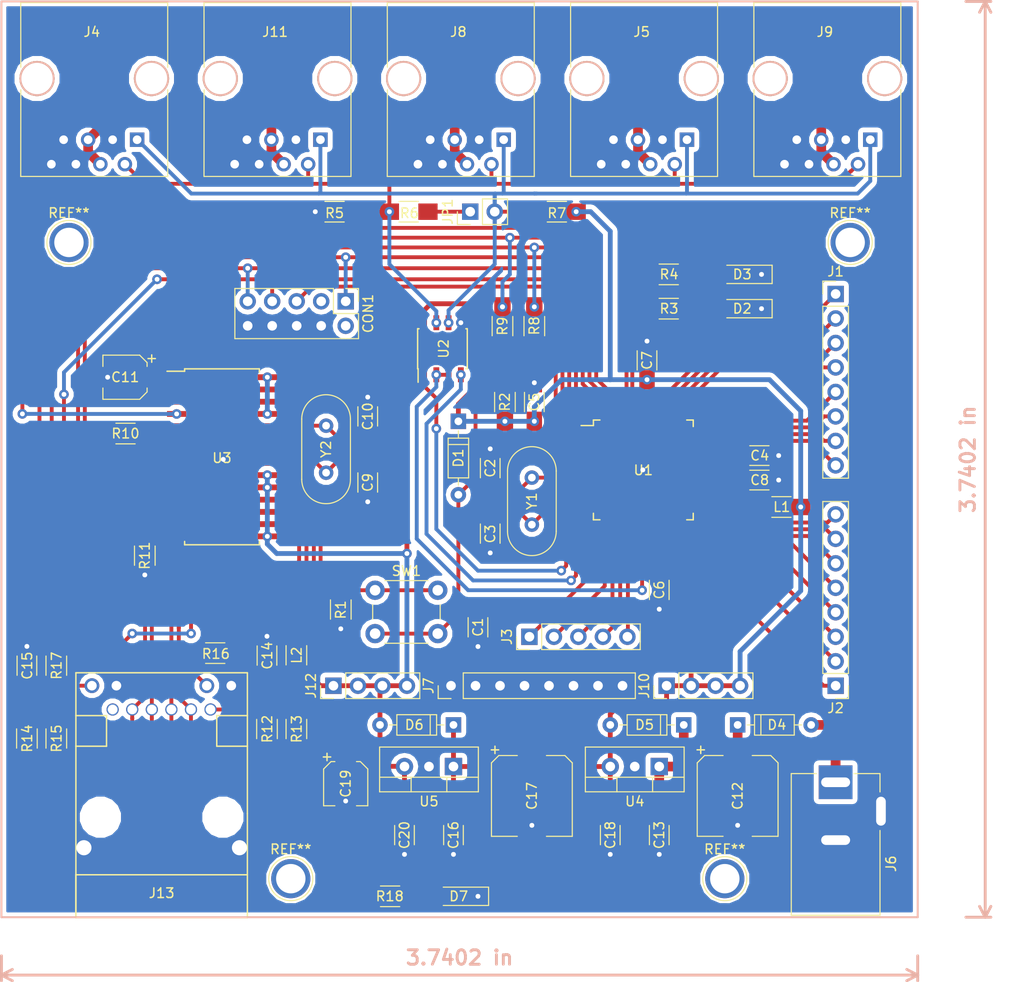
<source format=kicad_pcb>
(kicad_pcb (version 4) (host pcbnew 4.0.7-e2-6376~58~ubuntu16.04.1)
  (layers (0 F.Cu signal hide) (31 B.Cu signal hide) (34 B.Paste user hide) (35 F.Paste user hide) (36 B.SilkS user) (37 F.SilkS user) (38 B.Mask user hide) (39 F.Mask user hide) (44 Edge.Cuts user hide))
  (net 0 "")
  (net 1 AVR_RESET)
  (net 2 GND)
  (net 3 "Net-(C2-Pad1)")
  (net 4 "Net-(C3-Pad1)")
  (net 5 "Net-(C4-Pad1)")
  (net 6 +5V)
  (net 7 "Net-(C8-Pad1)")
  (net 8 "Net-(C9-Pad1)")
  (net 9 "Net-(C10-Pad1)")
  (net 10 "Net-(C11-Pad1)")
  (net 11 "Net-(C12-Pad1)")
  (net 12 "Net-(C14-Pad1)")
  (net 13 "Net-(C15-Pad1)")
  (net 14 +3V3)
  (net 15 AVR_MOSI)
  (net 16 "Net-(CON1-Pad2)")
  (net 17 "Net-(CON1-Pad3)")
  (net 18 AVR_SCK)
  (net 19 AVR_MISO)
  (net 20 "Net-(D2-Pad2)")
  (net 21 "Net-(D3-Pad2)")
  (net 22 +12V)
  (net 23 "Net-(D7-Pad2)")
  (net 24 "Net-(J1-Pad1)")
  (net 25 "Net-(J1-Pad2)")
  (net 26 "Net-(J1-Pad3)")
  (net 27 "Net-(J1-Pad4)")
  (net 28 "Net-(J1-Pad5)")
  (net 29 "Net-(J1-Pad6)")
  (net 30 "Net-(J1-Pad7)")
  (net 31 "Net-(J1-Pad8)")
  (net 32 "Net-(J2-Pad1)")
  (net 33 "Net-(J2-Pad2)")
  (net 34 "Net-(J2-Pad3)")
  (net 35 "Net-(J2-Pad4)")
  (net 36 "Net-(J2-Pad5)")
  (net 37 "Net-(J2-Pad6)")
  (net 38 "Net-(J2-Pad7)")
  (net 39 "Net-(J2-Pad8)")
  (net 40 "Net-(J3-Pad1)")
  (net 41 "Net-(J3-Pad2)")
  (net 42 "Net-(J3-Pad3)")
  (net 43 "Net-(J3-Pad4)")
  (net 44 "Net-(J3-Pad5)")
  (net 45 MAX485_A)
  (net 46 MAX485_B)
  (net 47 "Net-(J13-Pad8)")
  (net 48 /TPOUT+)
  (net 49 /TPOUT-)
  (net 50 /TPIN+)
  (net 51 /TPIN-)
  (net 52 "Net-(J13-Pad6)")
  (net 53 "Net-(J13-Pad10)")
  (net 54 "Net-(JP1-Pad1)")
  (net 55 "Net-(R1-Pad1)")
  (net 56 "Net-(R3-Pad2)")
  (net 57 "Net-(R4-Pad2)")
  (net 58 AVR_SS)
  (net 59 AVR_PB3)
  (net 60 "Net-(R10-Pad1)")
  (net 61 "Net-(R11-Pad1)")
  (net 62 /LEDA)
  (net 63 /LEDB)
  (net 64 AVR_RXD)
  (net 65 AVR_TXD)
  (net 66 AVR_PD7)
  (net 67 AVR_INT2)
  (net 68 "Net-(U3-Pad3)")
  (net 69 "Net-(U3-Pad5)")
  (module Housings_SOIC:SOIC-28W_7.5x17.9mm_Pitch1.27mm (layer F.Cu) (at 62.866 118.237)
    (fp_text reference U3 (at 0 0.127) (layer F.SilkS))
    (fp_text value ENC28J60-I/SP)
    (pad 1 smd rect (at -4.7 -8.255) (size 2 0.6) (layers F.Cu F.Paste F.Mask) (net 10 "Net-(C11-Pad1)"))
    (pad 2 smd rect (at -4.7 -6.985) (size 2 0.6) (layers F.Cu F.Paste F.Mask) (net 2 GND))
    (pad 3 smd rect (at -4.7 -5.715) (size 2 0.6) (layers F.Cu F.Paste F.Mask) (net 68 "Net-(U3-Pad3)"))
    (pad 4 smd rect (at -4.7 -4.445) (size 2 0.6) (layers F.Cu F.Paste F.Mask) (net 67 AVR_INT2))
    (pad 5 smd rect (at -4.7 -3.175) (size 2 0.6) (layers F.Cu F.Paste F.Mask) (net 69 "Net-(U3-Pad5)"))
    (pad 6 smd rect (at -4.7 -1.905) (size 2 0.6) (layers F.Cu F.Paste F.Mask) (net 60 "Net-(R10-Pad1)"))
    (pad 7 smd rect (at -4.7 -0.635) (size 2 0.6) (layers F.Cu F.Paste F.Mask) (net 15 AVR_MOSI))
    (pad 8 smd rect (at -4.7 0.635) (size 2 0.6) (layers F.Cu F.Paste F.Mask) (net 18 AVR_SCK))
    (pad 9 smd rect (at -4.7 1.905) (size 2 0.6) (layers F.Cu F.Paste F.Mask) (net 58 AVR_SS))
    (pad 10 smd rect (at -4.7 3.175) (size 2 0.6) (layers F.Cu F.Paste F.Mask) (net 59 AVR_PB3))
    (pad 11 smd rect (at -4.7 4.445) (size 2 0.6) (layers F.Cu F.Paste F.Mask) (net 2 GND))
    (pad 12 smd rect (at -4.7 5.715) (size 2 0.6) (layers F.Cu F.Paste F.Mask) (net 51 /TPIN-))
    (pad 13 smd rect (at -4.7 6.985) (size 2 0.6) (layers F.Cu F.Paste F.Mask) (net 50 /TPIN+))
    (pad 14 smd rect (at -4.7 8.255) (size 2 0.6) (layers F.Cu F.Paste F.Mask) (net 61 "Net-(R11-Pad1)"))
    (pad 15 smd rect (at 4.7 8.255) (size 2 0.6) (layers F.Cu F.Paste F.Mask) (net 14 +3V3))
    (pad 16 smd rect (at 4.7 6.985) (size 2 0.6) (layers F.Cu F.Paste F.Mask) (net 49 /TPOUT-))
    (pad 17 smd rect (at 4.7 5.715) (size 2 0.6) (layers F.Cu F.Paste F.Mask) (net 48 /TPOUT+))
    (pad 18 smd rect (at 4.7 4.445) (size 2 0.6) (layers F.Cu F.Paste F.Mask) (net 2 GND))
    (pad 19 smd rect (at 4.7 3.175) (size 2 0.6) (layers F.Cu F.Paste F.Mask) (net 14 +3V3))
    (pad 20 smd rect (at 4.7 1.905) (size 2 0.6) (layers F.Cu F.Paste F.Mask) (net 14 +3V3))
    (pad 21 smd rect (at 4.7 0.635) (size 2 0.6) (layers F.Cu F.Paste F.Mask) (net 2 GND))
    (pad 22 smd rect (at 4.7 -0.635) (size 2 0.6) (layers F.Cu F.Paste F.Mask) (net 2 GND))
    (pad 23 smd rect (at 4.7 -1.905) (size 2 0.6) (layers F.Cu F.Paste F.Mask) (net 8 "Net-(C9-Pad1)"))
    (pad 24 smd rect (at 4.7 -3.175) (size 2 0.6) (layers F.Cu F.Paste F.Mask) (net 9 "Net-(C10-Pad1)"))
    (pad 25 smd rect (at 4.7 -4.445) (size 2 0.6) (layers F.Cu F.Paste F.Mask) (net 14 +3V3))
    (pad 26 smd rect (at 4.7 -5.715) (size 2 0.6) (layers F.Cu F.Paste F.Mask) (net 63 /LEDB))
    (pad 27 smd rect (at 4.7 -6.985) (size 2 0.6) (layers F.Cu F.Paste F.Mask) (net 62 /LEDA))
    (pad 28 smd rect (at 4.7 -8.255) (size 2 0.6) (layers F.Cu F.Paste F.Mask) (net 14 +3V3))
  )
  (module LEDs:LED_1206_HandSoldering (layer F.Cu) (at 87.408 163.83 180)
    (fp_text reference D7 (at 0 0 180) (layer F.SilkS))
    (fp_text value GREEN)
    (pad 1 smd rect (at -2 0 180) (size 2 1.7) (layers F.Cu F.Paste F.Mask) (net 2 GND))
    (pad 2 smd rect (at 2 0 180) (size 2 1.7) (layers F.Cu F.Paste F.Mask) (net 23 "Net-(D7-Pad2)"))
  )
  (module Resistors_SMD:R_1206_HandSoldering (layer F.Cu) (at 80.296 163.83)
    (fp_text reference R18 (at -0.032 0) (layer F.SilkS))
    (fp_text value 50)
    (pad 1 smd rect (at -2 0) (size 2 1.7) (layers F.Cu F.Paste F.Mask) (net 14 +3V3))
    (pad 2 smd rect (at 2 0) (size 2 1.7) (layers F.Cu F.Paste F.Mask) (net 23 "Net-(D7-Pad2)"))
  )
  (module Connectors:BARREL_JACK (layer F.Cu) (at 126.492 152 90)
    (fp_text reference J6 (at -8.45 5.75 270) (layer F.SilkS))
    (fp_text value Conn_01x03)
    (pad 1 thru_hole rect (at 0 0 90) (size 3.5 3.5) (drill oval 1 3) (layers *.Cu *.Mask) (net 22 +12V))
    (pad 2 thru_hole rect (at -6 0 90) (size 3.5 3.5) (drill oval 1 3) (layers *.Cu *.Mask) (net 2 GND))
    (pad 3 thru_hole rect (at -3 4.7 90) (size 3.5 3.5) (drill oval 3 1) (layers *.Cu *.Mask) (net 2 GND))
  )
  (module Resistors_SMD:R_1206_HandSoldering (layer F.Cu) (at 52.864 115.824 180)
    (fp_text reference R10 (at 0 0 180) (layer F.SilkS))
    (fp_text value 270)
    (pad 1 smd rect (at -2 0 180) (size 2 1.7) (layers F.Cu F.Paste F.Mask) (net 60 "Net-(R10-Pad1)"))
    (pad 2 smd rect (at 2 0 180) (size 2 1.7) (layers F.Cu F.Paste F.Mask) (net 19 AVR_MISO))
  )
  (module Capacitors_SMD:C_1206_HandSoldering (layer F.Cu) (at 108.204 132.048 270)
    (fp_text reference C6 (at 0 0 270) (layer F.SilkS))
    (fp_text value 100nF)
    (pad 1 smd rect (at -2 0 270) (size 2 1.6) (layers F.Cu F.Paste F.Mask) (net 6 +5V))
    (pad 2 smd rect (at 2 0 270) (size 2 1.6) (layers F.Cu F.Paste F.Mask) (net 2 GND))
  )
  (module Connectors:RJ45-08B01X1T06-F (layer F.Cu) (at 50.895 145.085 180)
    (fp_text reference J13 (at -5.715 -18.415 180) (layer F.SilkS))
    (fp_text value RJ45-08B01X1T06-F)
    (pad 7 thru_hole circle (at -12.935 3.105 180) (size 1.54 1.54) (drill 1) (layers *.Cu *.Mask) (net 2 GND))
    (pad 8 thru_hole circle (at -10.395 3.105 180) (size 1.54 1.54) (drill 1) (layers *.Cu *.Mask) (net 47 "Net-(J13-Pad8)"))
    (pad 1 thru_hole circle (at -10.785 0.635 180) (size 1.27 1.27) (drill 1) (layers *.Cu *.Mask) (net 12 "Net-(C14-Pad1)"))
    (pad 2 thru_hole circle (at -8.755 0.635 180) (size 1.27 1.27) (drill 1) (layers *.Cu *.Mask) (net 48 /TPOUT+))
    (pad 3 thru_hole circle (at -6.725 0.635 180) (size 1.27 1.27) (drill 1) (layers *.Cu *.Mask) (net 49 /TPOUT-))
    (pad 4 thru_hole circle (at -4.695 0.635 180) (size 1.27 1.27) (drill 1) (layers *.Cu *.Mask) (net 50 /TPIN+))
    (pad 5 thru_hole circle (at -2.665 0.635 180) (size 1.27 1.27) (drill 1) (layers *.Cu *.Mask) (net 51 /TPIN-))
    (pad 6 thru_hole circle (at -0.635 0.635 180) (size 1.27 1.27) (drill 1) (layers *.Cu *.Mask) (net 52 "Net-(J13-Pad6)"))
    (pad 10 thru_hole circle (at 1.515 3.105 180) (size 1.54 1.54) (drill 1) (layers *.Cu *.Mask) (net 53 "Net-(J13-Pad10)"))
    (pad 9 thru_hole circle (at -1.025 3.105 180) (size 1.54 1.54) (drill 1) (layers *.Cu *.Mask) (net 2 GND))
    (pad "" np_thru_hole circle (at 0.635 -10.535 180) (size 3.25 3.25) (drill 3.25) (layers *.Cu *.Mask))
    (pad "" np_thru_hole circle (at -12.065 -10.535 180) (size 3.25 3.25) (drill 3.25) (layers *.Cu *.Mask))
    (pad 11 thru_hole circle (at 2.345 -13.705 180) (size 1.79 1.79) (drill 1.57) (layers *.Cu *.Mask) (net 2 GND))
    (pad 11 thru_hole circle (at -13.785 -13.705 180) (size 1.79 1.79) (drill 1.57) (layers *.Cu *.Mask) (net 2 GND))
  )
  (module Capacitors_SMD:C_1206_HandSoldering (layer F.Cu) (at 106.934 108.236 90)
    (fp_text reference C7 (at 0 0 90) (layer F.SilkS))
    (fp_text value 100nF)
    (pad 1 smd rect (at -2 0 90) (size 2 1.6) (layers F.Cu F.Paste F.Mask) (net 6 +5V))
    (pad 2 smd rect (at 2 0 90) (size 2 1.6) (layers F.Cu F.Paste F.Mask) (net 2 GND))
  )
  (module Crystals:Crystal_HC49-U_Vertical (layer F.Cu) (at 94.996 120.396 270)
    (fp_text reference Y1 (at 2.44 0 270) (layer F.SilkS))
    (fp_text value 16MHZ)
    (pad 1 thru_hole circle (at 0 0 270) (size 1.5 1.5) (drill 0.8) (layers *.Cu *.Mask) (net 3 "Net-(C2-Pad1)"))
    (pad 2 thru_hole circle (at 4.88 0 270) (size 1.5 1.5) (drill 0.8) (layers *.Cu *.Mask) (net 4 "Net-(C3-Pad1)"))
  )
  (module Connectors:RJ45_8 (layer F.Cu) (at 54.068 85.344 180)
    (fp_text reference J4 (at 4.7 11.18 180) (layer F.SilkS))
    (fp_text value RJ45)
    (pad Hole np_thru_hole circle (at 10.38 6.35 180) (size 3.65 3.65) (drill 3.25) (layers *.Cu *.SilkS *.Mask))
    (pad Hole np_thru_hole circle (at -1.49 6.35 180) (size 3.65 3.65) (drill 3.25) (layers *.Cu *.SilkS *.Mask))
    (pad 1 thru_hole rect (at 0 0 180) (size 1.5 1.5) (drill 0.9) (layers *.Cu *.Mask) (net 45 MAX485_A))
    (pad 2 thru_hole circle (at 1.27 -2.54 180) (size 1.5 1.5) (drill 0.9) (layers *.Cu *.Mask) (net 46 MAX485_B))
    (pad 3 thru_hole circle (at 2.54 0 180) (size 1.5 1.5) (drill 0.9) (layers *.Cu *.Mask) (net 2 GND))
    (pad 4 thru_hole circle (at 3.81 -2.54 180) (size 1.5 1.5) (drill 0.9) (layers *.Cu *.Mask) (net 22 +12V))
    (pad 5 thru_hole circle (at 5.08 0 180) (size 1.5 1.5) (drill 0.9) (layers *.Cu *.Mask) (net 22 +12V))
    (pad 6 thru_hole circle (at 6.35 -2.54 180) (size 1.5 1.5) (drill 0.9) (layers *.Cu *.Mask) (net 2 GND))
    (pad 7 thru_hole circle (at 7.62 0 180) (size 1.5 1.5) (drill 0.9) (layers *.Cu *.Mask) (net 2 GND))
    (pad 8 thru_hole circle (at 8.89 -2.54 180) (size 1.5 1.5) (drill 0.9) (layers *.Cu *.Mask) (net 2 GND))
  )
  (module Capacitors_SMD:C_1206_HandSoldering (layer F.Cu) (at 89.408 135.922 270)
    (fp_text reference C1 (at 0 0 270) (layer F.SilkS))
    (fp_text value 100nF)
    (pad 1 smd rect (at -2 0 270) (size 2 1.6) (layers F.Cu F.Paste F.Mask) (net 1 AVR_RESET))
    (pad 2 smd rect (at 2 0 270) (size 2 1.6) (layers F.Cu F.Paste F.Mask) (net 2 GND))
  )
  (module Capacitors_SMD:C_1206_HandSoldering (layer F.Cu) (at 90.678 119.412 90)
    (fp_text reference C2 (at 0 0 90) (layer F.SilkS))
    (fp_text value 22pF)
    (pad 1 smd rect (at -2 0 90) (size 2 1.6) (layers F.Cu F.Paste F.Mask) (net 3 "Net-(C2-Pad1)"))
    (pad 2 smd rect (at 2 0 90) (size 2 1.6) (layers F.Cu F.Paste F.Mask) (net 2 GND))
  )
  (module Capacitors_SMD:C_1206_HandSoldering (layer F.Cu) (at 90.678 126.206 270)
    (fp_text reference C3 (at 0.032 0 270) (layer F.SilkS))
    (fp_text value 22pF)
    (pad 1 smd rect (at -2 0 270) (size 2 1.6) (layers F.Cu F.Paste F.Mask) (net 4 "Net-(C3-Pad1)"))
    (pad 2 smd rect (at 2 0 270) (size 2 1.6) (layers F.Cu F.Paste F.Mask) (net 2 GND))
  )
  (module Capacitors_SMD:C_1206_HandSoldering (layer F.Cu) (at 118.586 118.11)
    (fp_text reference C4 (at 0.032 0) (layer F.SilkS))
    (fp_text value 100nF)
    (pad 1 smd rect (at -2 0) (size 2 1.6) (layers F.Cu F.Paste F.Mask) (net 5 "Net-(C4-Pad1)"))
    (pad 2 smd rect (at 2 0) (size 2 1.6) (layers F.Cu F.Paste F.Mask) (net 2 GND))
  )
  (module Capacitors_SMD:C_1206_HandSoldering (layer F.Cu) (at 95.25 112.554 90)
    (fp_text reference C5 (at 0 0 90) (layer F.SilkS))
    (fp_text value 100nF)
    (pad 1 smd rect (at -2 0 90) (size 2 1.6) (layers F.Cu F.Paste F.Mask) (net 6 +5V))
    (pad 2 smd rect (at 2 0 90) (size 2 1.6) (layers F.Cu F.Paste F.Mask) (net 2 GND))
  )
  (module Capacitors_SMD:C_1206_HandSoldering (layer F.Cu) (at 118.586 120.65)
    (fp_text reference C8 (at 0.032 0) (layer F.SilkS))
    (fp_text value 100nF)
    (pad 1 smd rect (at -2 0) (size 2 1.6) (layers F.Cu F.Paste F.Mask) (net 7 "Net-(C8-Pad1)"))
    (pad 2 smd rect (at 2 0) (size 2 1.6) (layers F.Cu F.Paste F.Mask) (net 2 GND))
  )
  (module Capacitors_SMD:C_1206_HandSoldering (layer F.Cu) (at 77.978 120.904 270)
    (fp_text reference C9 (at 0 0 270) (layer F.SilkS))
    (fp_text value 22pF)
    (pad 1 smd rect (at -2 0 270) (size 2 1.6) (layers F.Cu F.Paste F.Mask) (net 8 "Net-(C9-Pad1)"))
    (pad 2 smd rect (at 2 0 270) (size 2 1.6) (layers F.Cu F.Paste F.Mask) (net 2 GND))
  )
  (module Capacitors_SMD:C_1206_HandSoldering (layer F.Cu) (at 77.978 114.046 90)
    (fp_text reference C10 (at 0 0 90) (layer F.SilkS))
    (fp_text value 22pF)
    (pad 1 smd rect (at -2 0 90) (size 2 1.6) (layers F.Cu F.Paste F.Mask) (net 9 "Net-(C10-Pad1)"))
    (pad 2 smd rect (at 2 0 90) (size 2 1.6) (layers F.Cu F.Paste F.Mask) (net 2 GND))
  )
  (module Capacitors_SMD:CP_Elec_4x5.3 (layer F.Cu) (at 52.81 109.982 180)
    (fp_text reference C11 (at -0.022 0 180) (layer F.SilkS))
    (fp_text value 10uF)
    (fp_text user + (at -2.77 2.01 180) (layer F.SilkS))
    (pad 1 smd rect (at -1.8 0) (size 2.6 1.6) (layers F.Cu F.Paste F.Mask) (net 10 "Net-(C11-Pad1)"))
    (pad 2 smd rect (at 1.8 0) (size 2.6 1.6) (layers F.Cu F.Paste F.Mask) (net 2 GND))
  )
  (module Capacitors_SMD:CP_Elec_8x10 (layer F.Cu) (at 116.332 153.416 270)
    (fp_text reference C12 (at 0 0 270) (layer F.SilkS))
    (fp_text value 470uF)
    (fp_text user + (at -4.78 3.9 270) (layer F.SilkS))
    (pad 1 smd rect (at -3.05 0 90) (size 4 2.5) (layers F.Cu F.Paste F.Mask) (net 11 "Net-(C12-Pad1)"))
    (pad 2 smd rect (at 3.05 0 90) (size 4 2.5) (layers F.Cu F.Paste F.Mask) (net 2 GND))
  )
  (module Capacitors_SMD:C_1206_HandSoldering (layer F.Cu) (at 108.204 157.48 270)
    (fp_text reference C13 (at 0 0 270) (layer F.SilkS))
    (fp_text value 100nF)
    (pad 1 smd rect (at -2 0 270) (size 2 1.6) (layers F.Cu F.Paste F.Mask) (net 11 "Net-(C12-Pad1)"))
    (pad 2 smd rect (at 2 0 270) (size 2 1.6) (layers F.Cu F.Paste F.Mask) (net 2 GND))
  )
  (module Capacitors_SMD:C_1206_HandSoldering (layer F.Cu) (at 67.532 138.856 90)
    (fp_text reference C14 (at 0 0.032 90) (layer F.SilkS))
    (fp_text value 100nF)
    (pad 1 smd rect (at -2 0 90) (size 2 1.6) (layers F.Cu F.Paste F.Mask) (net 12 "Net-(C14-Pad1)"))
    (pad 2 smd rect (at 2 0 90) (size 2 1.6) (layers F.Cu F.Paste F.Mask) (net 2 GND))
  )
  (module Capacitors_SMD:C_1206_HandSoldering (layer F.Cu) (at 42.64 139.904 90)
    (fp_text reference C15 (at 0 0.032 90) (layer F.SilkS))
    (fp_text value 100nF)
    (pad 1 smd rect (at -2 0 90) (size 2 1.6) (layers F.Cu F.Paste F.Mask) (net 13 "Net-(C15-Pad1)"))
    (pad 2 smd rect (at 2 0 90) (size 2 1.6) (layers F.Cu F.Paste F.Mask) (net 2 GND))
  )
  (module Capacitors_SMD:C_1206_HandSoldering (layer F.Cu) (at 86.868 157.48 270)
    (fp_text reference C16 (at 0 0 270) (layer F.SilkS))
    (fp_text value 100nF)
    (pad 1 smd rect (at -2 0 270) (size 2 1.6) (layers F.Cu F.Paste F.Mask) (net 6 +5V))
    (pad 2 smd rect (at 2 0 270) (size 2 1.6) (layers F.Cu F.Paste F.Mask) (net 2 GND))
  )
  (module Capacitors_SMD:CP_Elec_8x10 (layer F.Cu) (at 94.996 153.418 270)
    (fp_text reference C17 (at -0.002 0 270) (layer F.SilkS))
    (fp_text value 470uF)
    (fp_text user + (at -4.78 3.9 270) (layer F.SilkS))
    (pad 1 smd rect (at -3.05 0 90) (size 4 2.5) (layers F.Cu F.Paste F.Mask) (net 6 +5V))
    (pad 2 smd rect (at 3.05 0 90) (size 4 2.5) (layers F.Cu F.Paste F.Mask) (net 2 GND))
  )
  (module Capacitors_SMD:C_1206_HandSoldering (layer F.Cu) (at 103.124 157.48 270)
    (fp_text reference C18 (at 0 0 270) (layer F.SilkS))
    (fp_text value 100nF)
    (pad 1 smd rect (at -2 0 270) (size 2 1.6) (layers F.Cu F.Paste F.Mask) (net 6 +5V))
    (pad 2 smd rect (at 2 0 270) (size 2 1.6) (layers F.Cu F.Paste F.Mask) (net 2 GND))
  )
  (module Capacitors_SMD:CP_Elec_4x5.3 (layer F.Cu) (at 75.692 152.146 270)
    (fp_text reference C19 (at 0 0 270) (layer F.SilkS))
    (fp_text value 10uF)
    (fp_text user + (at -2.77 2.01 270) (layer F.SilkS))
    (pad 1 smd rect (at -1.8 0 90) (size 2.6 1.6) (layers F.Cu F.Paste F.Mask) (net 14 +3V3))
    (pad 2 smd rect (at 1.8 0 90) (size 2.6 1.6) (layers F.Cu F.Paste F.Mask) (net 2 GND))
  )
  (module Capacitors_SMD:C_1206_HandSoldering (layer F.Cu) (at 81.788 157.48 270)
    (fp_text reference C20 (at 0 0 270) (layer F.SilkS))
    (fp_text value 100nF)
    (pad 1 smd rect (at -2 0 270) (size 2 1.6) (layers F.Cu F.Paste F.Mask) (net 14 +3V3))
    (pad 2 smd rect (at 2 0 270) (size 2 1.6) (layers F.Cu F.Paste F.Mask) (net 2 GND))
  )
  (module Pin_Headers:Pin_Header_Straight_2x05_Pitch2.54mm (layer F.Cu) (at 75.692 102.108 270)
    (fp_text reference CON1 (at 1.27 -2.33 270) (layer F.SilkS))
    (fp_text value AVR-ISP-10)
    (pad 1 thru_hole rect (at 0 0 270) (size 1.7 1.7) (drill 1) (layers *.Cu *.Mask) (net 15 AVR_MOSI))
    (pad 2 thru_hole oval (at 2.54 0 270) (size 1.7 1.7) (drill 1) (layers *.Cu *.Mask) (net 16 "Net-(CON1-Pad2)"))
    (pad 3 thru_hole oval (at 0 2.54 270) (size 1.7 1.7) (drill 1) (layers *.Cu *.Mask) (net 17 "Net-(CON1-Pad3)"))
    (pad 4 thru_hole oval (at 2.54 2.54 270) (size 1.7 1.7) (drill 1) (layers *.Cu *.Mask) (net 2 GND))
    (pad 5 thru_hole oval (at 0 5.08 270) (size 1.7 1.7) (drill 1) (layers *.Cu *.Mask) (net 1 AVR_RESET))
    (pad 6 thru_hole oval (at 2.54 5.08 270) (size 1.7 1.7) (drill 1) (layers *.Cu *.Mask) (net 2 GND))
    (pad 7 thru_hole oval (at 0 7.62 270) (size 1.7 1.7) (drill 1) (layers *.Cu *.Mask) (net 18 AVR_SCK))
    (pad 8 thru_hole oval (at 2.54 7.62 270) (size 1.7 1.7) (drill 1) (layers *.Cu *.Mask) (net 2 GND))
    (pad 9 thru_hole oval (at 0 10.16 270) (size 1.7 1.7) (drill 1) (layers *.Cu *.Mask) (net 19 AVR_MISO))
    (pad 10 thru_hole oval (at 2.54 10.16 270) (size 1.7 1.7) (drill 1) (layers *.Cu *.Mask) (net 2 GND))
  )
  (module Diodes_THT:D_DO-35_SOD27_P7.62mm_Horizontal (layer F.Cu) (at 87.376 114.554 270)
    (fp_text reference D1 (at 3.81 0 270) (layer F.SilkS))
    (fp_text value 1N4004)
    (pad 1 thru_hole rect (at 0 0 270) (size 1.6 1.6) (drill 0.8) (layers *.Cu *.Mask) (net 6 +5V))
    (pad 2 thru_hole oval (at 7.62 0 270) (size 1.6 1.6) (drill 0.8) (layers *.Cu *.Mask) (net 1 AVR_RESET))
  )
  (module LEDs:LED_1206_HandSoldering (layer F.Cu) (at 116.808 102.87 180)
    (fp_text reference D2 (at 0 0 180) (layer F.SilkS))
    (fp_text value RED)
    (pad 1 smd rect (at -2 0 180) (size 2 1.7) (layers F.Cu F.Paste F.Mask) (net 2 GND))
    (pad 2 smd rect (at 2 0 180) (size 2 1.7) (layers F.Cu F.Paste F.Mask) (net 20 "Net-(D2-Pad2)"))
  )
  (module LEDs:LED_1206_HandSoldering (layer F.Cu) (at 116.808 99.314 180)
    (fp_text reference D3 (at 0 0 180) (layer F.SilkS))
    (fp_text value BLUE)
    (pad 1 smd rect (at -2 0 180) (size 2 1.7) (layers F.Cu F.Paste F.Mask) (net 2 GND))
    (pad 2 smd rect (at 2 0 180) (size 2 1.7) (layers F.Cu F.Paste F.Mask) (net 21 "Net-(D3-Pad2)"))
  )
  (module Diodes_THT:D_DO-35_SOD27_P7.62mm_Horizontal (layer F.Cu) (at 116.332 146.05)
    (fp_text reference D4 (at 4.064 0) (layer F.SilkS))
    (fp_text value 1N4004)
    (pad 1 thru_hole rect (at 0 0) (size 1.6 1.6) (drill 0.8) (layers *.Cu *.Mask) (net 11 "Net-(C12-Pad1)"))
    (pad 2 thru_hole oval (at 7.62 0) (size 1.6 1.6) (drill 0.8) (layers *.Cu *.Mask) (net 22 +12V))
  )
  (module Diodes_THT:D_DO-35_SOD27_P7.62mm_Horizontal (layer F.Cu) (at 110.744 146.05 180)
    (fp_text reference D5 (at 4.064 0 180) (layer F.SilkS))
    (fp_text value 1N4004)
    (pad 1 thru_hole rect (at 0 0 180) (size 1.6 1.6) (drill 0.8) (layers *.Cu *.Mask) (net 11 "Net-(C12-Pad1)"))
    (pad 2 thru_hole oval (at 7.62 0 180) (size 1.6 1.6) (drill 0.8) (layers *.Cu *.Mask) (net 6 +5V))
  )
  (module Diodes_THT:D_DO-35_SOD27_P7.62mm_Horizontal (layer F.Cu) (at 86.868 146.05 180)
    (fp_text reference D6 (at 4.064 0 180) (layer F.SilkS))
    (fp_text value 1N4004)
    (pad 1 thru_hole rect (at 0 0 180) (size 1.6 1.6) (drill 0.8) (layers *.Cu *.Mask) (net 6 +5V))
    (pad 2 thru_hole oval (at 7.62 0 180) (size 1.6 1.6) (drill 0.8) (layers *.Cu *.Mask) (net 14 +3V3))
  )
  (module Pin_Headers:Pin_Header_Straight_1x08_Pitch2.54mm (layer F.Cu) (at 126.492 101.346)
    (fp_text reference J1 (at 0 -2.33) (layer F.SilkS))
    (fp_text value Conn_01x08)
    (pad 1 thru_hole rect (at 0 0) (size 1.7 1.7) (drill 1) (layers *.Cu *.Mask) (net 24 "Net-(J1-Pad1)"))
    (pad 2 thru_hole oval (at 0 2.54) (size 1.7 1.7) (drill 1) (layers *.Cu *.Mask) (net 25 "Net-(J1-Pad2)"))
    (pad 3 thru_hole oval (at 0 5.08) (size 1.7 1.7) (drill 1) (layers *.Cu *.Mask) (net 26 "Net-(J1-Pad3)"))
    (pad 4 thru_hole oval (at 0 7.62) (size 1.7 1.7) (drill 1) (layers *.Cu *.Mask) (net 27 "Net-(J1-Pad4)"))
    (pad 5 thru_hole oval (at 0 10.16) (size 1.7 1.7) (drill 1) (layers *.Cu *.Mask) (net 28 "Net-(J1-Pad5)"))
    (pad 6 thru_hole oval (at 0 12.7) (size 1.7 1.7) (drill 1) (layers *.Cu *.Mask) (net 29 "Net-(J1-Pad6)"))
    (pad 7 thru_hole oval (at 0 15.24) (size 1.7 1.7) (drill 1) (layers *.Cu *.Mask) (net 30 "Net-(J1-Pad7)"))
    (pad 8 thru_hole oval (at 0 17.78) (size 1.7 1.7) (drill 1) (layers *.Cu *.Mask) (net 31 "Net-(J1-Pad8)"))
  )
  (module Pin_Headers:Pin_Header_Straight_1x08_Pitch2.54mm (layer F.Cu) (at 126.492 141.986 180)
    (fp_text reference J2 (at 0 -2.33 180) (layer F.SilkS))
    (fp_text value Conn_01x08)
    (pad 1 thru_hole rect (at 0 0 180) (size 1.7 1.7) (drill 1) (layers *.Cu *.Mask) (net 32 "Net-(J2-Pad1)"))
    (pad 2 thru_hole oval (at 0 2.54 180) (size 1.7 1.7) (drill 1) (layers *.Cu *.Mask) (net 33 "Net-(J2-Pad2)"))
    (pad 3 thru_hole oval (at 0 5.08 180) (size 1.7 1.7) (drill 1) (layers *.Cu *.Mask) (net 34 "Net-(J2-Pad3)"))
    (pad 4 thru_hole oval (at 0 7.62 180) (size 1.7 1.7) (drill 1) (layers *.Cu *.Mask) (net 35 "Net-(J2-Pad4)"))
    (pad 5 thru_hole oval (at 0 10.16 180) (size 1.7 1.7) (drill 1) (layers *.Cu *.Mask) (net 36 "Net-(J2-Pad5)"))
    (pad 6 thru_hole oval (at 0 12.7 180) (size 1.7 1.7) (drill 1) (layers *.Cu *.Mask) (net 37 "Net-(J2-Pad6)"))
    (pad 7 thru_hole oval (at 0 15.24 180) (size 1.7 1.7) (drill 1) (layers *.Cu *.Mask) (net 38 "Net-(J2-Pad7)"))
    (pad 8 thru_hole oval (at 0 17.78 180) (size 1.7 1.7) (drill 1) (layers *.Cu *.Mask) (net 39 "Net-(J2-Pad8)"))
  )
  (module Pin_Headers:Pin_Header_Straight_1x05_Pitch2.54mm (layer F.Cu) (at 94.742 136.906 90)
    (fp_text reference J3 (at 0 -2.33 90) (layer F.SilkS))
    (fp_text value Conn_01x05)
    (pad 1 thru_hole rect (at 0 0 90) (size 1.7 1.7) (drill 1) (layers *.Cu *.Mask) (net 40 "Net-(J3-Pad1)"))
    (pad 2 thru_hole oval (at 0 2.54 90) (size 1.7 1.7) (drill 1) (layers *.Cu *.Mask) (net 41 "Net-(J3-Pad2)"))
    (pad 3 thru_hole oval (at 0 5.08 90) (size 1.7 1.7) (drill 1) (layers *.Cu *.Mask) (net 42 "Net-(J3-Pad3)"))
    (pad 4 thru_hole oval (at 0 7.62 90) (size 1.7 1.7) (drill 1) (layers *.Cu *.Mask) (net 43 "Net-(J3-Pad4)"))
    (pad 5 thru_hole oval (at 0 10.16 90) (size 1.7 1.7) (drill 1) (layers *.Cu *.Mask) (net 44 "Net-(J3-Pad5)"))
  )
  (module Connectors:RJ45_8 (layer F.Cu) (at 111.0785 85.344 180)
    (fp_text reference J5 (at 4.7 11.18 180) (layer F.SilkS))
    (fp_text value RJ45)
    (pad Hole np_thru_hole circle (at 10.38 6.35 180) (size 3.65 3.65) (drill 3.25) (layers *.Cu *.SilkS *.Mask))
    (pad Hole np_thru_hole circle (at -1.49 6.35 180) (size 3.65 3.65) (drill 3.25) (layers *.Cu *.SilkS *.Mask))
    (pad 1 thru_hole rect (at 0 0 180) (size 1.5 1.5) (drill 0.9) (layers *.Cu *.Mask) (net 45 MAX485_A))
    (pad 2 thru_hole circle (at 1.27 -2.54 180) (size 1.5 1.5) (drill 0.9) (layers *.Cu *.Mask) (net 46 MAX485_B))
    (pad 3 thru_hole circle (at 2.54 0 180) (size 1.5 1.5) (drill 0.9) (layers *.Cu *.Mask) (net 2 GND))
    (pad 4 thru_hole circle (at 3.81 -2.54 180) (size 1.5 1.5) (drill 0.9) (layers *.Cu *.Mask) (net 22 +12V))
    (pad 5 thru_hole circle (at 5.08 0 180) (size 1.5 1.5) (drill 0.9) (layers *.Cu *.Mask) (net 22 +12V))
    (pad 6 thru_hole circle (at 6.35 -2.54 180) (size 1.5 1.5) (drill 0.9) (layers *.Cu *.Mask) (net 2 GND))
    (pad 7 thru_hole circle (at 7.62 0 180) (size 1.5 1.5) (drill 0.9) (layers *.Cu *.Mask) (net 2 GND))
    (pad 8 thru_hole circle (at 8.89 -2.54 180) (size 1.5 1.5) (drill 0.9) (layers *.Cu *.Mask) (net 2 GND))
  )
  (module Pin_Headers:Pin_Header_Straight_1x08_Pitch2.54mm (layer F.Cu) (at 86.614 141.986 90)
    (fp_text reference J7 (at 0 -2.33 90) (layer F.SilkS))
    (fp_text value Conn_01x08)
    (pad 1 thru_hole rect (at 0 0 90) (size 1.7 1.7) (drill 1) (layers *.Cu *.Mask) (net 2 GND))
    (pad 2 thru_hole oval (at 0 2.54 90) (size 1.7 1.7) (drill 1) (layers *.Cu *.Mask) (net 2 GND))
    (pad 3 thru_hole oval (at 0 5.08 90) (size 1.7 1.7) (drill 1) (layers *.Cu *.Mask) (net 2 GND))
    (pad 4 thru_hole oval (at 0 7.62 90) (size 1.7 1.7) (drill 1) (layers *.Cu *.Mask) (net 2 GND))
    (pad 5 thru_hole oval (at 0 10.16 90) (size 1.7 1.7) (drill 1) (layers *.Cu *.Mask) (net 2 GND))
    (pad 6 thru_hole oval (at 0 12.7 90) (size 1.7 1.7) (drill 1) (layers *.Cu *.Mask) (net 2 GND))
    (pad 7 thru_hole oval (at 0 15.24 90) (size 1.7 1.7) (drill 1) (layers *.Cu *.Mask) (net 2 GND))
    (pad 8 thru_hole oval (at 0 17.78 90) (size 1.7 1.7) (drill 1) (layers *.Cu *.Mask) (net 2 GND))
  )
  (module Connectors:RJ45_8 (layer F.Cu) (at 92.075 85.344 180)
    (fp_text reference J8 (at 4.7 11.18 180) (layer F.SilkS))
    (fp_text value RJ45)
    (pad Hole np_thru_hole circle (at 10.38 6.35 180) (size 3.65 3.65) (drill 3.25) (layers *.Cu *.SilkS *.Mask))
    (pad Hole np_thru_hole circle (at -1.49 6.35 180) (size 3.65 3.65) (drill 3.25) (layers *.Cu *.SilkS *.Mask))
    (pad 1 thru_hole rect (at 0 0 180) (size 1.5 1.5) (drill 0.9) (layers *.Cu *.Mask) (net 45 MAX485_A))
    (pad 2 thru_hole circle (at 1.27 -2.54 180) (size 1.5 1.5) (drill 0.9) (layers *.Cu *.Mask) (net 46 MAX485_B))
    (pad 3 thru_hole circle (at 2.54 0 180) (size 1.5 1.5) (drill 0.9) (layers *.Cu *.Mask) (net 2 GND))
    (pad 4 thru_hole circle (at 3.81 -2.54 180) (size 1.5 1.5) (drill 0.9) (layers *.Cu *.Mask) (net 22 +12V))
    (pad 5 thru_hole circle (at 5.08 0 180) (size 1.5 1.5) (drill 0.9) (layers *.Cu *.Mask) (net 22 +12V))
    (pad 6 thru_hole circle (at 6.35 -2.54 180) (size 1.5 1.5) (drill 0.9) (layers *.Cu *.Mask) (net 2 GND))
    (pad 7 thru_hole circle (at 7.62 0 180) (size 1.5 1.5) (drill 0.9) (layers *.Cu *.Mask) (net 2 GND))
    (pad 8 thru_hole circle (at 8.89 -2.54 180) (size 1.5 1.5) (drill 0.9) (layers *.Cu *.Mask) (net 2 GND))
  )
  (module Connectors:RJ45_8 (layer F.Cu) (at 130.082 85.344 180)
    (fp_text reference J9 (at 4.7 11.18 180) (layer F.SilkS))
    (fp_text value RJ45)
    (pad Hole np_thru_hole circle (at 10.38 6.35 180) (size 3.65 3.65) (drill 3.25) (layers *.Cu *.SilkS *.Mask))
    (pad Hole np_thru_hole circle (at -1.49 6.35 180) (size 3.65 3.65) (drill 3.25) (layers *.Cu *.SilkS *.Mask))
    (pad 1 thru_hole rect (at 0 0 180) (size 1.5 1.5) (drill 0.9) (layers *.Cu *.Mask) (net 45 MAX485_A))
    (pad 2 thru_hole circle (at 1.27 -2.54 180) (size 1.5 1.5) (drill 0.9) (layers *.Cu *.Mask) (net 46 MAX485_B))
    (pad 3 thru_hole circle (at 2.54 0 180) (size 1.5 1.5) (drill 0.9) (layers *.Cu *.Mask) (net 2 GND))
    (pad 4 thru_hole circle (at 3.81 -2.54 180) (size 1.5 1.5) (drill 0.9) (layers *.Cu *.Mask) (net 22 +12V))
    (pad 5 thru_hole circle (at 5.08 0 180) (size 1.5 1.5) (drill 0.9) (layers *.Cu *.Mask) (net 22 +12V))
    (pad 6 thru_hole circle (at 6.35 -2.54 180) (size 1.5 1.5) (drill 0.9) (layers *.Cu *.Mask) (net 2 GND))
    (pad 7 thru_hole circle (at 7.62 0 180) (size 1.5 1.5) (drill 0.9) (layers *.Cu *.Mask) (net 2 GND))
    (pad 8 thru_hole circle (at 8.89 -2.54 180) (size 1.5 1.5) (drill 0.9) (layers *.Cu *.Mask) (net 2 GND))
  )
  (module Pin_Headers:Pin_Header_Straight_1x04_Pitch2.54mm (layer F.Cu) (at 108.966 141.986 90)
    (fp_text reference J10 (at 0 -2.33 90) (layer F.SilkS))
    (fp_text value Conn_01x04)
    (pad 1 thru_hole rect (at 0 0 90) (size 1.7 1.7) (drill 1) (layers *.Cu *.Mask) (net 6 +5V))
    (pad 2 thru_hole oval (at 0 2.54 90) (size 1.7 1.7) (drill 1) (layers *.Cu *.Mask) (net 6 +5V))
    (pad 3 thru_hole oval (at 0 5.08 90) (size 1.7 1.7) (drill 1) (layers *.Cu *.Mask) (net 6 +5V))
    (pad 4 thru_hole oval (at 0 7.62 90) (size 1.7 1.7) (drill 1) (layers *.Cu *.Mask) (net 6 +5V))
  )
  (module Connectors:RJ45_8 (layer F.Cu) (at 73.0715 85.344 180)
    (fp_text reference J11 (at 4.7 11.18 180) (layer F.SilkS))
    (fp_text value RJ45)
    (pad Hole np_thru_hole circle (at 10.38 6.35 180) (size 3.65 3.65) (drill 3.25) (layers *.Cu *.SilkS *.Mask))
    (pad Hole np_thru_hole circle (at -1.49 6.35 180) (size 3.65 3.65) (drill 3.25) (layers *.Cu *.SilkS *.Mask))
    (pad 1 thru_hole rect (at 0 0 180) (size 1.5 1.5) (drill 0.9) (layers *.Cu *.Mask) (net 45 MAX485_A))
    (pad 2 thru_hole circle (at 1.27 -2.54 180) (size 1.5 1.5) (drill 0.9) (layers *.Cu *.Mask) (net 46 MAX485_B))
    (pad 3 thru_hole circle (at 2.54 0 180) (size 1.5 1.5) (drill 0.9) (layers *.Cu *.Mask) (net 2 GND))
    (pad 4 thru_hole circle (at 3.81 -2.54 180) (size 1.5 1.5) (drill 0.9) (layers *.Cu *.Mask) (net 22 +12V))
    (pad 5 thru_hole circle (at 5.08 0 180) (size 1.5 1.5) (drill 0.9) (layers *.Cu *.Mask) (net 22 +12V))
    (pad 6 thru_hole circle (at 6.35 -2.54 180) (size 1.5 1.5) (drill 0.9) (layers *.Cu *.Mask) (net 2 GND))
    (pad 7 thru_hole circle (at 7.62 0 180) (size 1.5 1.5) (drill 0.9) (layers *.Cu *.Mask) (net 2 GND))
    (pad 8 thru_hole circle (at 8.89 -2.54 180) (size 1.5 1.5) (drill 0.9) (layers *.Cu *.Mask) (net 2 GND))
  )
  (module Pin_Headers:Pin_Header_Straight_1x04_Pitch2.54mm (layer F.Cu) (at 74.422 141.986 90)
    (fp_text reference J12 (at 0 -2.33 90) (layer F.SilkS))
    (fp_text value Conn_01x04)
    (pad 1 thru_hole rect (at 0 0 90) (size 1.7 1.7) (drill 1) (layers *.Cu *.Mask) (net 14 +3V3))
    (pad 2 thru_hole oval (at 0 2.54 90) (size 1.7 1.7) (drill 1) (layers *.Cu *.Mask) (net 14 +3V3))
    (pad 3 thru_hole oval (at 0 5.08 90) (size 1.7 1.7) (drill 1) (layers *.Cu *.Mask) (net 14 +3V3))
    (pad 4 thru_hole oval (at 0 7.62 90) (size 1.7 1.7) (drill 1) (layers *.Cu *.Mask) (net 14 +3V3))
  )
  (module Pin_Headers:Pin_Header_Straight_1x02_Pitch2.54mm (layer F.Cu) (at 88.60442 92.81078 90)
    (fp_text reference JP1 (at 0 -2.33 90) (layer F.SilkS))
    (fp_text value Jumper)
    (pad 1 thru_hole rect (at 0 0 90) (size 1.7 1.7) (drill 1) (layers *.Cu *.Mask) (net 54 "Net-(JP1-Pad1)"))
    (pad 2 thru_hole oval (at 0 2.54 90) (size 1.7 1.7) (drill 1) (layers *.Cu *.Mask) (net 45 MAX485_A))
  )
  (module Inductors_SMD:L_1206_HandSoldering (layer F.Cu) (at 120.872 123.444 180)
    (fp_text reference L1 (at -0.032 0 180) (layer F.SilkS))
    (fp_text value 10uH)
    (pad 1 smd rect (at -2 0 180) (size 2 1.7) (layers F.Cu F.Paste F.Mask) (net 6 +5V))
    (pad 2 smd rect (at 2 0 180) (size 2 1.7) (layers F.Cu F.Paste F.Mask) (net 7 "Net-(C8-Pad1)"))
  )
  (module Inductors_SMD:L_1206_HandSoldering (layer F.Cu) (at 70.58 138.824 270)
    (fp_text reference L2 (at 0 -0.032 270) (layer F.SilkS))
    (fp_text value 10uH)
    (pad 1 smd rect (at -2 0 270) (size 2 1.7) (layers F.Cu F.Paste F.Mask) (net 14 +3V3))
    (pad 2 smd rect (at 2 0 270) (size 2 1.7) (layers F.Cu F.Paste F.Mask) (net 12 "Net-(C14-Pad1)"))
  )
  (module Resistors_SMD:R_1206_HandSoldering (layer F.Cu) (at 75.184 134.08 270)
    (fp_text reference R1 (at 0.032 0 270) (layer F.SilkS))
    (fp_text value 330)
    (pad 1 smd rect (at -2 0 270) (size 2 1.7) (layers F.Cu F.Paste F.Mask) (net 55 "Net-(R1-Pad1)"))
    (pad 2 smd rect (at 2 0 270) (size 2 1.7) (layers F.Cu F.Paste F.Mask) (net 2 GND))
  )
  (module Resistors_SMD:R_1206_HandSoldering (layer F.Cu) (at 92.202 112.554 270)
    (fp_text reference R2 (at 0 0 270) (layer F.SilkS))
    (fp_text value 10K)
    (pad 1 smd rect (at -2 0 270) (size 2 1.7) (layers F.Cu F.Paste F.Mask) (net 1 AVR_RESET))
    (pad 2 smd rect (at 2 0 270) (size 2 1.7) (layers F.Cu F.Paste F.Mask) (net 6 +5V))
  )
  (module Resistors_SMD:R_1206_HandSoldering (layer F.Cu) (at 109.188 102.87 180)
    (fp_text reference R3 (at -0.032 0 180) (layer F.SilkS))
    (fp_text value 270)
    (pad 1 smd rect (at -2 0 180) (size 2 1.7) (layers F.Cu F.Paste F.Mask) (net 20 "Net-(D2-Pad2)"))
    (pad 2 smd rect (at 2 0 180) (size 2 1.7) (layers F.Cu F.Paste F.Mask) (net 56 "Net-(R3-Pad2)"))
  )
  (module Resistors_SMD:R_1206_HandSoldering (layer F.Cu) (at 109.188 99.314 180)
    (fp_text reference R4 (at -0.032 0 180) (layer F.SilkS))
    (fp_text value 270)
    (pad 1 smd rect (at -2 0 180) (size 2 1.7) (layers F.Cu F.Paste F.Mask) (net 21 "Net-(D3-Pad2)"))
    (pad 2 smd rect (at 2 0 180) (size 2 1.7) (layers F.Cu F.Paste F.Mask) (net 57 "Net-(R4-Pad2)"))
  )
  (module Resistors_SMD:R_1206_HandSoldering (layer F.Cu) (at 74.53942 92.81078)
    (fp_text reference R5 (at 0 0.15322) (layer F.SilkS))
    (fp_text value 560)
    (pad 1 smd rect (at -2 0) (size 2 1.7) (layers F.Cu F.Paste F.Mask) (net 2 GND))
    (pad 2 smd rect (at 2 0) (size 2 1.7) (layers F.Cu F.Paste F.Mask) (net 46 MAX485_B))
  )
  (module Resistors_SMD:R_1206_HandSoldering (layer F.Cu) (at 82.22242 92.81078)
    (fp_text reference R6 (at 0.07358 0.15322) (layer F.SilkS))
    (fp_text value 120)
    (pad 1 smd rect (at -2 0) (size 2 1.7) (layers F.Cu F.Paste F.Mask) (net 46 MAX485_B))
    (pad 2 smd rect (at 2 0) (size 2 1.7) (layers F.Cu F.Paste F.Mask) (net 54 "Net-(JP1-Pad1)"))
  )
  (module Resistors_SMD:R_1206_HandSoldering (layer F.Cu) (at 97.58942 92.81078)
    (fp_text reference R7 (at 0 0.15322) (layer F.SilkS))
    (fp_text value 560)
    (pad 1 smd rect (at -2 0) (size 2 1.7) (layers F.Cu F.Paste F.Mask) (net 45 MAX485_A))
    (pad 2 smd rect (at 2 0) (size 2 1.7) (layers F.Cu F.Paste F.Mask) (net 6 +5V))
  )
  (module Resistors_SMD:R_1206_HandSoldering (layer F.Cu) (at 95.25 104.68 90)
    (fp_text reference R8 (at 0.032 0 90) (layer F.SilkS))
    (fp_text value 10K)
    (pad 1 smd rect (at -2 0 90) (size 2 1.7) (layers F.Cu F.Paste F.Mask) (net 6 +5V))
    (pad 2 smd rect (at 2 0 90) (size 2 1.7) (layers F.Cu F.Paste F.Mask) (net 58 AVR_SS))
  )
  (module Resistors_SMD:R_1206_HandSoldering (layer F.Cu) (at 91.948 104.68 90)
    (fp_text reference R9 (at 0 0 90) (layer F.SilkS))
    (fp_text value 10K)
    (pad 1 smd rect (at -2 0 90) (size 2 1.7) (layers F.Cu F.Paste F.Mask) (net 6 +5V))
    (pad 2 smd rect (at 2 0 90) (size 2 1.7) (layers F.Cu F.Paste F.Mask) (net 59 AVR_PB3))
  )
  (module Resistors_SMD:R_1206_HandSoldering (layer F.Cu) (at 54.864 128.492 270)
    (fp_text reference R11 (at 0 0 270) (layer F.SilkS))
    (fp_text value 2K7)
    (pad 1 smd rect (at -2 0 270) (size 2 1.7) (layers F.Cu F.Paste F.Mask) (net 61 "Net-(R11-Pad1)"))
    (pad 2 smd rect (at 2 0 270) (size 2 1.7) (layers F.Cu F.Paste F.Mask) (net 2 GND))
  )
  (module Resistors_SMD:R_1206_HandSoldering (layer F.Cu) (at 67.532 146.476 90)
    (fp_text reference R12 (at 0 0.032 90) (layer F.SilkS))
    (fp_text value 50)
    (pad 1 smd rect (at -2 0 90) (size 2 1.7) (layers F.Cu F.Paste F.Mask) (net 48 /TPOUT+))
    (pad 2 smd rect (at 2 0 90) (size 2 1.7) (layers F.Cu F.Paste F.Mask) (net 12 "Net-(C14-Pad1)"))
  )
  (module Resistors_SMD:R_1206_HandSoldering (layer F.Cu) (at 70.58 146.476 270)
    (fp_text reference R13 (at 0 -0.032 270) (layer F.SilkS))
    (fp_text value 50)
    (pad 1 smd rect (at -2 0 270) (size 2 1.7) (layers F.Cu F.Paste F.Mask) (net 12 "Net-(C14-Pad1)"))
    (pad 2 smd rect (at 2 0 270) (size 2 1.7) (layers F.Cu F.Paste F.Mask) (net 49 /TPOUT-))
  )
  (module Resistors_SMD:R_1206_HandSoldering (layer F.Cu) (at 42.64 147.46 90)
    (fp_text reference R14 (at 0 0.032 90) (layer F.SilkS))
    (fp_text value 50)
    (pad 1 smd rect (at -2 0 90) (size 2 1.7) (layers F.Cu F.Paste F.Mask) (net 50 /TPIN+))
    (pad 2 smd rect (at 2 0 90) (size 2 1.7) (layers F.Cu F.Paste F.Mask) (net 13 "Net-(C15-Pad1)"))
  )
  (module Resistors_SMD:R_1206_HandSoldering (layer F.Cu) (at 45.688 147.46 270)
    (fp_text reference R15 (at 0 -0.032 270) (layer F.SilkS))
    (fp_text value 50)
    (pad 1 smd rect (at -2 0 270) (size 2 1.7) (layers F.Cu F.Paste F.Mask) (net 13 "Net-(C15-Pad1)"))
    (pad 2 smd rect (at 2 0 270) (size 2 1.7) (layers F.Cu F.Paste F.Mask) (net 51 /TPIN-))
  )
  (module Resistors_SMD:R_1206_HandSoldering (layer F.Cu) (at 62.166 138.602 180)
    (fp_text reference R16 (at -0.064 -0.082 180) (layer F.SilkS))
    (fp_text value 270)
    (pad 1 smd rect (at -2 0 180) (size 2 1.7) (layers F.Cu F.Paste F.Mask) (net 62 /LEDA))
    (pad 2 smd rect (at 2 0 180) (size 2 1.7) (layers F.Cu F.Paste F.Mask) (net 47 "Net-(J13-Pad8)"))
  )
  (module Resistors_SMD:R_1206_HandSoldering (layer F.Cu) (at 45.688 139.904 90)
    (fp_text reference R17 (at 0 0.032 90) (layer F.SilkS))
    (fp_text value 270)
    (pad 1 smd rect (at -2 0 90) (size 2 1.7) (layers F.Cu F.Paste F.Mask) (net 53 "Net-(J13-Pad10)"))
    (pad 2 smd rect (at 2 0 90) (size 2 1.7) (layers F.Cu F.Paste F.Mask) (net 63 /LEDB))
  )
  (module Buttons_Switches_THT:SW_PUSH_6mm_h13mm (layer F.Cu) (at 78.74 132.08)
    (fp_text reference SW1 (at 3.25 -2) (layer F.SilkS))
    (fp_text value SW_Push)
    (pad 2 thru_hole circle (at 0 4.5 90) (size 2 2) (drill 1.1) (layers *.Cu *.Mask) (net 1 AVR_RESET))
    (pad 1 thru_hole circle (at 0 0 90) (size 2 2) (drill 1.1) (layers *.Cu *.Mask) (net 55 "Net-(R1-Pad1)"))
    (pad 2 thru_hole circle (at 6.5 4.5 90) (size 2 2) (drill 1.1) (layers *.Cu *.Mask) (net 1 AVR_RESET))
    (pad 1 thru_hole circle (at 6.5 0 90) (size 2 2) (drill 1.1) (layers *.Cu *.Mask) (net 55 "Net-(R1-Pad1)"))
  )
  (module Housings_QFP:TQFP-44_10x10mm_Pitch0.8mm (layer F.Cu) (at 106.553 119.596)
    (fp_text reference U1 (at 0 0.038) (layer F.SilkS))
    (fp_text value ATMEGA32-16PU)
    (pad 1 smd rect (at -5.7 -4) (size 1.5 0.55) (layers F.Cu F.Paste F.Mask) (net 15 AVR_MOSI))
    (pad 2 smd rect (at -5.7 -3.2) (size 1.5 0.55) (layers F.Cu F.Paste F.Mask) (net 19 AVR_MISO))
    (pad 3 smd rect (at -5.7 -2.4) (size 1.5 0.55) (layers F.Cu F.Paste F.Mask) (net 18 AVR_SCK))
    (pad 4 smd rect (at -5.7 -1.6) (size 1.5 0.55) (layers F.Cu F.Paste F.Mask) (net 1 AVR_RESET))
    (pad 5 smd rect (at -5.7 -0.8) (size 1.5 0.55) (layers F.Cu F.Paste F.Mask) (net 6 +5V))
    (pad 6 smd rect (at -5.7 0) (size 1.5 0.55) (layers F.Cu F.Paste F.Mask) (net 2 GND))
    (pad 7 smd rect (at -5.7 0.8) (size 1.5 0.55) (layers F.Cu F.Paste F.Mask) (net 3 "Net-(C2-Pad1)"))
    (pad 8 smd rect (at -5.7 1.6) (size 1.5 0.55) (layers F.Cu F.Paste F.Mask) (net 4 "Net-(C3-Pad1)"))
    (pad 9 smd rect (at -5.7 2.4) (size 1.5 0.55) (layers F.Cu F.Paste F.Mask) (net 64 AVR_RXD))
    (pad 10 smd rect (at -5.7 3.2) (size 1.5 0.55) (layers F.Cu F.Paste F.Mask) (net 65 AVR_TXD))
    (pad 11 smd rect (at -5.7 4) (size 1.5 0.55) (layers F.Cu F.Paste F.Mask) (net 40 "Net-(J3-Pad1)"))
    (pad 12 smd rect (at -4 5.7 90) (size 1.5 0.55) (layers F.Cu F.Paste F.Mask) (net 41 "Net-(J3-Pad2)"))
    (pad 13 smd rect (at -3.2 5.7 90) (size 1.5 0.55) (layers F.Cu F.Paste F.Mask) (net 42 "Net-(J3-Pad3)"))
    (pad 14 smd rect (at -2.4 5.7 90) (size 1.5 0.55) (layers F.Cu F.Paste F.Mask) (net 43 "Net-(J3-Pad4)"))
    (pad 15 smd rect (at -1.6 5.7 90) (size 1.5 0.55) (layers F.Cu F.Paste F.Mask) (net 44 "Net-(J3-Pad5)"))
    (pad 16 smd rect (at -0.8 5.7 90) (size 1.5 0.55) (layers F.Cu F.Paste F.Mask) (net 66 AVR_PD7))
    (pad 17 smd rect (at 0 5.7 90) (size 1.5 0.55) (layers F.Cu F.Paste F.Mask) (net 6 +5V))
    (pad 18 smd rect (at 0.8 5.7 90) (size 1.5 0.55) (layers F.Cu F.Paste F.Mask) (net 2 GND))
    (pad 19 smd rect (at 1.6 5.7 90) (size 1.5 0.55) (layers F.Cu F.Paste F.Mask) (net 32 "Net-(J2-Pad1)"))
    (pad 20 smd rect (at 2.4 5.7 90) (size 1.5 0.55) (layers F.Cu F.Paste F.Mask) (net 33 "Net-(J2-Pad2)"))
    (pad 21 smd rect (at 3.2 5.7 90) (size 1.5 0.55) (layers F.Cu F.Paste F.Mask) (net 34 "Net-(J2-Pad3)"))
    (pad 22 smd rect (at 4 5.7 90) (size 1.5 0.55) (layers F.Cu F.Paste F.Mask) (net 35 "Net-(J2-Pad4)"))
    (pad 23 smd rect (at 5.7 4) (size 1.5 0.55) (layers F.Cu F.Paste F.Mask) (net 36 "Net-(J2-Pad5)"))
    (pad 24 smd rect (at 5.7 3.2) (size 1.5 0.55) (layers F.Cu F.Paste F.Mask) (net 37 "Net-(J2-Pad6)"))
    (pad 25 smd rect (at 5.7 2.4) (size 1.5 0.55) (layers F.Cu F.Paste F.Mask) (net 38 "Net-(J2-Pad7)"))
    (pad 26 smd rect (at 5.7 1.6) (size 1.5 0.55) (layers F.Cu F.Paste F.Mask) (net 39 "Net-(J2-Pad8)"))
    (pad 27 smd rect (at 5.7 0.8) (size 1.5 0.55) (layers F.Cu F.Paste F.Mask) (net 7 "Net-(C8-Pad1)"))
    (pad 28 smd rect (at 5.7 0) (size 1.5 0.55) (layers F.Cu F.Paste F.Mask) (net 2 GND))
    (pad 29 smd rect (at 5.7 -0.8) (size 1.5 0.55) (layers F.Cu F.Paste F.Mask) (net 5 "Net-(C4-Pad1)"))
    (pad 30 smd rect (at 5.7 -1.6) (size 1.5 0.55) (layers F.Cu F.Paste F.Mask) (net 31 "Net-(J1-Pad8)"))
    (pad 31 smd rect (at 5.7 -2.4) (size 1.5 0.55) (layers F.Cu F.Paste F.Mask) (net 30 "Net-(J1-Pad7)"))
    (pad 32 smd rect (at 5.7 -3.2) (size 1.5 0.55) (layers F.Cu F.Paste F.Mask) (net 29 "Net-(J1-Pad6)"))
    (pad 33 smd rect (at 5.7 -4) (size 1.5 0.55) (layers F.Cu F.Paste F.Mask) (net 28 "Net-(J1-Pad5)"))
    (pad 34 smd rect (at 4 -5.7 90) (size 1.5 0.55) (layers F.Cu F.Paste F.Mask) (net 27 "Net-(J1-Pad4)"))
    (pad 35 smd rect (at 3.2 -5.7 90) (size 1.5 0.55) (layers F.Cu F.Paste F.Mask) (net 26 "Net-(J1-Pad3)"))
    (pad 36 smd rect (at 2.4 -5.7 90) (size 1.5 0.55) (layers F.Cu F.Paste F.Mask) (net 25 "Net-(J1-Pad2)"))
    (pad 37 smd rect (at 1.6 -5.7 90) (size 1.5 0.55) (layers F.Cu F.Paste F.Mask) (net 24 "Net-(J1-Pad1)"))
    (pad 38 smd rect (at 0.8 -5.7 90) (size 1.5 0.55) (layers F.Cu F.Paste F.Mask) (net 6 +5V))
    (pad 39 smd rect (at 0 -5.7 90) (size 1.5 0.55) (layers F.Cu F.Paste F.Mask) (net 2 GND))
    (pad 40 smd rect (at -0.8 -5.7 90) (size 1.5 0.55) (layers F.Cu F.Paste F.Mask) (net 56 "Net-(R3-Pad2)"))
    (pad 41 smd rect (at -1.6 -5.7 90) (size 1.5 0.55) (layers F.Cu F.Paste F.Mask) (net 57 "Net-(R4-Pad2)"))
    (pad 42 smd rect (at -2.4 -5.7 90) (size 1.5 0.55) (layers F.Cu F.Paste F.Mask) (net 67 AVR_INT2))
    (pad 43 smd rect (at -3.2 -5.7 90) (size 1.5 0.55) (layers F.Cu F.Paste F.Mask) (net 59 AVR_PB3))
    (pad 44 smd rect (at -4 -5.7 90) (size 1.5 0.55) (layers F.Cu F.Paste F.Mask) (net 58 AVR_SS))
  )
  (module Housings_SOIC:SOIC-8_3.9x4.9mm_Pitch1.27mm (layer F.Cu) (at 85.725 107.028 90)
    (fp_text reference U2 (at 0 0.127 90) (layer F.SilkS))
    (fp_text value MAX485E)
    (pad 1 smd rect (at -2.7 -1.905 90) (size 1.55 0.6) (layers F.Cu F.Paste F.Mask) (net 64 AVR_RXD))
    (pad 2 smd rect (at -2.7 -0.635 90) (size 1.55 0.6) (layers F.Cu F.Paste F.Mask) (net 66 AVR_PD7))
    (pad 3 smd rect (at -2.7 0.635 90) (size 1.55 0.6) (layers F.Cu F.Paste F.Mask) (net 66 AVR_PD7))
    (pad 4 smd rect (at -2.7 1.905 90) (size 1.55 0.6) (layers F.Cu F.Paste F.Mask) (net 65 AVR_TXD))
    (pad 5 smd rect (at 2.7 1.905 90) (size 1.55 0.6) (layers F.Cu F.Paste F.Mask) (net 2 GND))
    (pad 6 smd rect (at 2.7 0.635 90) (size 1.55 0.6) (layers F.Cu F.Paste F.Mask) (net 45 MAX485_A))
    (pad 7 smd rect (at 2.7 -0.635 90) (size 1.55 0.6) (layers F.Cu F.Paste F.Mask) (net 46 MAX485_B))
    (pad 8 smd rect (at 2.7 -1.905 90) (size 1.55 0.6) (layers F.Cu F.Paste F.Mask) (net 6 +5V))
  )
  (module TO_SOT_Packages_THT:TO-220-3_Vertical (layer F.Cu) (at 108.204 150.368 180)
    (fp_text reference U4 (at 2.54 -3.62 180) (layer F.SilkS))
    (fp_text value L7805)
    (pad 1 thru_hole rect (at 0 0 180) (size 1.8 1.8) (drill 1) (layers *.Cu *.Mask) (net 11 "Net-(C12-Pad1)"))
    (pad 2 thru_hole oval (at 2.54 0 180) (size 1.8 1.8) (drill 1) (layers *.Cu *.Mask) (net 2 GND))
    (pad 3 thru_hole oval (at 5.08 0 180) (size 1.8 1.8) (drill 1) (layers *.Cu *.Mask) (net 6 +5V))
  )
  (module TO_SOT_Packages_THT:TO-220-3_Vertical (layer F.Cu) (at 86.868 150.368 180)
    (fp_text reference U5 (at 2.54 -3.62 180) (layer F.SilkS))
    (fp_text value LF33_TO220)
    (pad 1 thru_hole rect (at 0 0 180) (size 1.8 1.8) (drill 1) (layers *.Cu *.Mask) (net 6 +5V))
    (pad 2 thru_hole oval (at 2.54 0 180) (size 1.8 1.8) (drill 1) (layers *.Cu *.Mask) (net 2 GND))
    (pad 3 thru_hole oval (at 5.08 0 180) (size 1.8 1.8) (drill 1) (layers *.Cu *.Mask) (net 14 +3V3))
  )
  (module Crystals:Crystal_HC49-U_Vertical (layer F.Cu) (at 73.66 119.888 90)
    (fp_text reference Y2 (at 2.44 0 90) (layer F.SilkS))
    (fp_text value 25MHZ)
    (pad 1 thru_hole circle (at 0 0 90) (size 1.5 1.5) (drill 0.8) (layers *.Cu *.Mask) (net 8 "Net-(C9-Pad1)"))
    (pad 2 thru_hole circle (at 4.88 0 90) (size 1.5 1.5) (drill 0.8) (layers *.Cu *.Mask) (net 9 "Net-(C10-Pad1)"))
  )
  (module Connectors:1pin (layer F.Cu) (at 128 96)
    (fp_text reference REF** (at 0 -3.048) (layer F.SilkS))
    (fp_text value 1pin)
    (pad 1 thru_hole circle (at 0 0) (size 4.064 4.064) (drill 3.048) (layers *.Cu *.Mask))
  )
  (module Connectors:1pin (layer F.Cu) (at 47 96)
    (fp_text reference REF** (at 0 -3.048) (layer F.SilkS))
    (fp_text value 1pin)
    (pad 1 thru_hole circle (at 0 0) (size 4.064 4.064) (drill 3.048) (layers *.Cu *.Mask))
  )
  (module Connectors:1pin (layer F.Cu) (at 115 162)
    (fp_text reference REF** (at 0 -3.048) (layer F.SilkS))
    (fp_text value 1pin)
    (pad 1 thru_hole circle (at 0 0) (size 4.064 4.064) (drill 3.048) (layers *.Cu *.Mask))
  )
  (module Connectors:1pin (layer F.Cu) (at 70 162)
    (fp_text reference REF** (at 0 -3.048) (layer F.SilkS))
    (fp_text value 1pin)
    (pad 1 thru_hole circle (at 0 0) (size 4.064 4.064) (drill 3.048) (layers *.Cu *.Mask))
  )
  (dimension 95 (width 0.3) (layer B.SilkS) (gr_text "95,000 mm" (at 143.35 118.5 90) (layer B.SilkS) (effects (font (size 1.5 1.5) (thickness 0.3)))) (feature1 (pts (xy 140 71) (xy 144.7 71))) (feature2 (pts (xy 140 166) (xy 144.7 166))) (crossbar (pts (xy 142 166) (xy 142 71))) (arrow1a (pts (xy 142 71) (xy 142.586421 72.126504))) (arrow1b (pts (xy 142 71) (xy 141.413579 72.126504))) (arrow2a (pts (xy 142 166) (xy 142.586421 164.873496))) (arrow2b (pts (xy 142 166) (xy 141.413579 164.873496))))
  (dimension 95 (width 0.3) (layer B.SilkS) (gr_text "95,000 mm" (at 87.5 173.35) (layer B.SilkS) (effects (font (size 1.5 1.5) (thickness 0.3)))) (feature1 (pts (xy 135 170) (xy 135 174.7))) (feature2 (pts (xy 40 170) (xy 40 174.7))) (crossbar (pts (xy 40 172) (xy 135 172))) (arrow1a (pts (xy 135 172) (xy 133.873496 172.586421))) (arrow1b (pts (xy 135 172) (xy 133.873496 171.413579))) (arrow2a (pts (xy 40 172) (xy 41.126504 172.586421))) (arrow2b (pts (xy 40 172) (xy 41.126504 171.413579))))
  (gr_line (start 135 71) (end 40 71) (layer B.SilkS) (width 0.2))
  (gr_line (start 135 166) (end 135 71) (layer B.SilkS) (width 0.2))
  (gr_line (start 40 166) (end 40 71) (layer B.SilkS) (width 0.2))
  (gr_line (start 135 166) (end 40 166) (layer B.SilkS) (width 0.2))
  (segment (start 72.136 100.584) (end 96.52 100.584) (width 0.4) (layer F.Cu) (net 1))
  (segment (start 96.52 100.584) (end 97.46797 101.53197) (width 0.4) (layer F.Cu) (net 1))
  (segment (start 70.612 102.108) (end 72.136 100.584) (width 0.4) (layer F.Cu) (net 1))
  (segment (start 97.46797 108.712) (end 97.46797 101.53197) (width 0.4) (layer F.Cu) (net 1))
  (segment (start 92.202 110.554) (end 90.952 110.554) (width 0.4) (layer F.Cu) (net 1))
  (segment (start 90.952 110.554) (end 89.154 112.352) (width 0.4) (layer F.Cu) (net 1))
  (segment (start 89.154 112.352) (end 89.154 120.396) (width 0.4) (layer F.Cu) (net 1))
  (segment (start 89.154 120.396) (end 87.376 122.174) (width 0.4) (layer F.Cu) (net 1))
  (segment (start 87.376 133.858) (end 87.376 134.444) (width 0.4) (layer F.Cu) (net 1))
  (segment (start 87.376 122.174) (end 87.376 133.858) (width 0.4) (layer F.Cu) (net 1))
  (segment (start 87.376 133.858) (end 87.44 133.922) (width 0.4) (layer F.Cu) (net 1))
  (segment (start 87.44 133.922) (end 89.408 133.922) (width 0.4) (layer F.Cu) (net 1))
  (segment (start 78.74 136.58) (end 85.24 136.58) (width 0.4) (layer F.Cu) (net 1))
  (segment (start 87.376 134.444) (end 85.24 136.58) (width 0.4) (layer F.Cu) (net 1))
  (segment (start 97.46797 115.950933) (end 97.46797 108.712) (width 0.4) (layer F.Cu) (net 1))
  (segment (start 92.644 108.712) (end 97.46797 108.712) (width 0.4) (layer F.Cu) (net 1))
  (segment (start 92.202 110.554) (end 92.202 109.154) (width 0.4) (layer F.Cu) (net 1))
  (segment (start 92.202 109.154) (end 92.644 108.712) (width 0.4) (layer F.Cu) (net 1))
  (segment (start 100.853 117.996) (end 99.513038 117.996) (width 0.4) (layer F.Cu) (net 1))
  (segment (start 99.513038 117.996) (end 97.46797 115.950933) (width 0.4) (layer F.Cu) (net 1))
  (via (at 120.586 120.65) (size 1) (drill 0.5) (layers F.Cu B.Cu) (net 2))
  (via (at 120.586 118.11) (size 1) (drill 0.5) (layers F.Cu B.Cu) (net 2))
  (via (at 89.408 137.922) (size 1) (drill 0.5) (layers F.Cu B.Cu) (net 2))
  (segment (start 63.372 118.872) (end 63 118.5) (width 0.5) (layer F.Cu) (net 2))
  (via (at 63 118.5) (size 1) (drill 0.5) (layers F.Cu B.Cu) (net 2))
  (segment (start 63.5 118.872) (end 63.372 118.872) (width 0.5) (layer F.Cu) (net 2))
  (segment (start 63.5 112.014) (end 63.5 117.602) (width 0.5) (layer F.Cu) (net 2))
  (via (at 95.25 110.554) (size 1) (drill 0.5) (layers F.Cu B.Cu) (net 2))
  (via (at 87.63 104.328) (size 1) (drill 0.5) (layers F.Cu B.Cu) (net 2))
  (via (at 72.53942 92.81078) (size 1) (drill 0.5) (layers F.Cu B.Cu) (net 2))
  (via (at 106.934 106.236) (size 1) (drill 0.5) (layers F.Cu B.Cu) (net 2))
  (via (at 118.808 99.314) (size 1) (drill 0.5) (layers F.Cu B.Cu) (net 2))
  (via (at 118.808 102.87) (size 1) (drill 0.5) (layers F.Cu B.Cu) (net 2))
  (segment (start 106.5 119.596) (end 100.853 119.596) (width 0.5) (layer F.Cu) (net 2))
  (segment (start 106.68 119.596) (end 106.5 119.596) (width 0.5) (layer F.Cu) (net 2))
  (via (at 106.5 119.596) (size 1) (drill 0.5) (layers F.Cu B.Cu) (net 2))
  (via (at 108.204 134.048) (size 1) (drill 0.5) (layers F.Cu B.Cu) (net 2))
  (via (at 75.184 136.08) (size 1) (drill 0.5) (layers F.Cu B.Cu) (net 2))
  (via (at 67.532 136.856) (size 1) (drill 0.5) (layers F.Cu B.Cu) (net 2))
  (via (at 89.408 163.83) (size 1) (drill 0.5) (layers F.Cu B.Cu) (net 2))
  (via (at 75.692 153.946) (size 1) (drill 0.5) (layers F.Cu B.Cu) (net 2))
  (via (at 81.788 159.48) (size 1) (drill 0.5) (layers F.Cu B.Cu) (net 2))
  (via (at 86.868 159.48) (size 1) (drill 0.5) (layers F.Cu B.Cu) (net 2))
  (via (at 94.996 156.468) (size 1) (drill 0.5) (layers F.Cu B.Cu) (net 2))
  (via (at 103.124 159.48) (size 1) (drill 0.5) (layers F.Cu B.Cu) (net 2))
  (via (at 108.204 159.48) (size 1) (drill 0.5) (layers F.Cu B.Cu) (net 2))
  (via (at 116.332 156.466) (size 1) (drill 0.5) (layers F.Cu B.Cu) (net 2))
  (via (at 90.678 128.206) (size 1) (drill 0.5) (layers F.Cu B.Cu) (net 2))
  (via (at 90.678 117.412) (size 1) (drill 0.5) (layers F.Cu B.Cu) (net 2))
  (via (at 77.978 122.904) (size 1) (drill 0.5) (layers F.Cu B.Cu) (net 2))
  (via (at 77.978 112.046) (size 1) (drill 0.5) (layers F.Cu B.Cu) (net 2))
  (via (at 51.01 109.982) (size 1) (drill 0.5) (layers F.Cu B.Cu) (net 2))
  (via (at 42.64 137.904) (size 1) (drill 0.5) (layers F.Cu B.Cu) (net 2))
  (via (at 54.864 130.492) (size 1) (drill 0.5) (layers F.Cu B.Cu) (net 2))
  (segment (start 107.353 119.685) (end 107.442 119.596) (width 0.5) (layer F.Cu) (net 2))
  (segment (start 107.353 125.296) (end 107.353 119.685) (width 0.5) (layer F.Cu) (net 2))
  (segment (start 66.066 117.602) (end 63.5 117.602) (width 0.5) (layer F.Cu) (net 2))
  (segment (start 63.5 117.602) (end 63.5 118.872) (width 0.5) (layer F.Cu) (net 2))
  (segment (start 67.566 117.602) (end 66.066 117.602) (width 0.5) (layer F.Cu) (net 2))
  (segment (start 63.5 118.872) (end 63.5 122.682) (width 0.5) (layer F.Cu) (net 2))
  (segment (start 67.566 118.872) (end 63.5 118.872) (width 0.5) (layer F.Cu) (net 2))
  (segment (start 66.066 122.682) (end 63.5 122.682) (width 0.5) (layer F.Cu) (net 2))
  (segment (start 63.5 122.682) (end 58.166 122.682) (width 0.5) (layer F.Cu) (net 2))
  (segment (start 58.166 111.252) (end 62.738 111.252) (width 0.5) (layer F.Cu) (net 2))
  (segment (start 62.738 111.252) (end 63.5 112.014) (width 0.5) (layer F.Cu) (net 2))
  (segment (start 67.566 122.682) (end 66.066 122.682) (width 0.5) (layer F.Cu) (net 2))
  (segment (start 107 119.596) (end 106.68 119.596) (width 0.5) (layer F.Cu) (net 2))
  (segment (start 107.442 119.596) (end 107 119.596) (width 0.5) (layer F.Cu) (net 2))
  (segment (start 112.253 119.596) (end 107.442 119.596) (width 0.5) (layer F.Cu) (net 2))
  (segment (start 106.553 113.896) (end 106.553 119.469) (width 0.5) (layer F.Cu) (net 2))
  (segment (start 106.553 119.469) (end 106.68 119.596) (width 0.5) (layer F.Cu) (net 2))
  (segment (start 100.853 120.396) (end 94.996 120.396) (width 0.4) (layer F.Cu) (net 3))
  (segment (start 94.996 120.396) (end 93.98 121.412) (width 0.4) (layer F.Cu) (net 3))
  (segment (start 93.98 121.412) (end 90.678 121.412) (width 0.4) (layer F.Cu) (net 3))
  (segment (start 100.853 121.196) (end 99.076 121.196) (width 0.4) (layer F.Cu) (net 4))
  (segment (start 99.076 121.196) (end 94.996 125.276) (width 0.4) (layer F.Cu) (net 4))
  (segment (start 90.678 124.206) (end 93.926 124.206) (width 0.4) (layer F.Cu) (net 4))
  (segment (start 93.926 124.206) (end 94.996 125.276) (width 0.4) (layer F.Cu) (net 4))
  (segment (start 116.586 118.11) (end 115.086 118.11) (width 0.5) (layer F.Cu) (net 5))
  (segment (start 115.086 118.11) (end 114.4 118.796) (width 0.5) (layer F.Cu) (net 5))
  (segment (start 114.4 118.796) (end 112.253 118.796) (width 0.5) (layer F.Cu) (net 5))
  (via (at 99.58942 92.81078) (size 1) (drill 0.5) (layers F.Cu B.Cu) (net 6))
  (via (at 122.872 123.444) (size 1) (drill 0.5) (layers F.Cu B.Cu) (net 6))
  (via (at 106.934 110.236) (size 1) (drill 0.5) (layers F.Cu B.Cu) (net 6))
  (via (at 92.202 114.554) (size 1) (drill 0.5) (layers F.Cu B.Cu) (net 6))
  (via (at 95.25 114.554) (size 1) (drill 0.5) (layers F.Cu B.Cu) (net 6))
  (segment (start 106.553 128.197) (end 111.506 133.15) (width 0.5) (layer F.Cu) (net 6))
  (segment (start 111.506 133.15) (end 111.506 141.986) (width 0.5) (layer F.Cu) (net 6))
  (segment (start 108.204 130.048) (end 108.204 129.848) (width 0.5) (layer F.Cu) (net 6))
  (segment (start 108.204 129.848) (end 106.553 128.197) (width 0.5) (layer F.Cu) (net 6))
  (segment (start 106.553 128.197) (end 106.553 126.546) (width 0.5) (layer F.Cu) (net 6))
  (segment (start 106.553 126.546) (end 106.553 125.296) (width 0.5) (layer F.Cu) (net 6))
  (segment (start 94.996 150.368) (end 103.124 150.368) (width 0.5) (layer F.Cu) (net 6))
  (segment (start 86.868 150.368) (end 94.996 150.368) (width 0.5) (layer F.Cu) (net 6))
  (segment (start 86.868 150.368) (end 86.868 155.48) (width 0.5) (layer F.Cu) (net 6))
  (segment (start 86.868 150.368) (end 86.868 146.05) (width 0.5) (layer F.Cu) (net 6))
  (segment (start 114.046 141.986) (end 116.586 141.986) (width 0.5) (layer F.Cu) (net 6))
  (segment (start 111.506 141.986) (end 114.046 141.986) (width 0.5) (layer F.Cu) (net 6))
  (segment (start 108.966 141.986) (end 111.506 141.986) (width 0.5) (layer F.Cu) (net 6))
  (segment (start 103.124 146.05) (end 103.124 144.91863) (width 0.5) (layer F.Cu) (net 6))
  (segment (start 103.124 144.91863) (end 104.02463 144.018) (width 0.5) (layer F.Cu) (net 6))
  (segment (start 104.02463 144.018) (end 108.284 144.018) (width 0.5) (layer F.Cu) (net 6))
  (segment (start 108.284 144.018) (end 108.966 143.336) (width 0.5) (layer F.Cu) (net 6))
  (segment (start 108.966 143.336) (end 108.966 141.986) (width 0.5) (layer F.Cu) (net 6))
  (segment (start 103.124 150.368) (end 103.124 146.05) (width 0.5) (layer F.Cu) (net 6))
  (segment (start 103.124 150.368) (end 103.124 155.48) (width 0.5) (layer F.Cu) (net 6))
  (segment (start 89.662 102.87) (end 89.662 106.68) (width 0.5) (layer F.Cu) (net 6))
  (segment (start 89.662 106.68) (end 89.662 110.49) (width 0.5) (layer F.Cu) (net 6))
  (segment (start 91.948 106.68) (end 89.662 106.68) (width 0.5) (layer F.Cu) (net 6))
  (segment (start 95.25 106.68) (end 91.948 106.68) (width 0.5) (layer F.Cu) (net 6))
  (segment (start 98.068 110.236) (end 103.124 110.236) (width 0.5) (layer B.Cu) (net 6))
  (segment (start 103.124 110.236) (end 105.634 110.236) (width 0.5) (layer B.Cu) (net 6))
  (segment (start 99.58942 92.81078) (end 101.08942 92.81078) (width 0.5) (layer B.Cu) (net 6))
  (segment (start 101.08942 92.81078) (end 103.124 94.84536) (width 0.5) (layer B.Cu) (net 6))
  (segment (start 103.124 94.84536) (end 103.124 110.236) (width 0.5) (layer B.Cu) (net 6))
  (segment (start 83.82 104.328) (end 83.82 103.053) (width 0.5) (layer F.Cu) (net 6))
  (segment (start 83.82 103.053) (end 84.511 102.362) (width 0.5) (layer F.Cu) (net 6))
  (segment (start 87.376 112.776) (end 87.376 114.554) (width 0.5) (layer F.Cu) (net 6))
  (segment (start 84.511 102.362) (end 89.154 102.362) (width 0.5) (layer F.Cu) (net 6))
  (segment (start 89.154 102.362) (end 89.662 102.87) (width 0.5) (layer F.Cu) (net 6))
  (segment (start 89.662 110.49) (end 87.376 112.776) (width 0.5) (layer F.Cu) (net 6))
  (segment (start 92.202 114.554) (end 95.25 114.554) (width 0.5) (layer B.Cu) (net 6))
  (segment (start 87.376 114.554) (end 92.202 114.554) (width 0.5) (layer B.Cu) (net 6))
  (segment (start 122.872 123.444) (end 122.872 132.144) (width 0.5) (layer B.Cu) (net 6))
  (segment (start 122.872 132.144) (end 116.586 138.43) (width 0.5) (layer B.Cu) (net 6))
  (segment (start 116.586 138.43) (end 116.586 141.986) (width 0.5) (layer B.Cu) (net 6))
  (segment (start 95.25 114.554) (end 95.25 113.054) (width 0.5) (layer B.Cu) (net 6))
  (segment (start 95.25 113.054) (end 98.068 110.236) (width 0.5) (layer B.Cu) (net 6))
  (segment (start 105.634 110.236) (end 106.934 110.236) (width 0.5) (layer B.Cu) (net 6))
  (segment (start 122.872 113.474) (end 119.634 110.236) (width 0.5) (layer B.Cu) (net 6))
  (segment (start 119.634 110.236) (end 106.934 110.236) (width 0.5) (layer B.Cu) (net 6))
  (segment (start 122.872 123.444) (end 122.872 113.474) (width 0.5) (layer B.Cu) (net 6))
  (segment (start 100.853 118.796) (end 99.292 118.796) (width 0.5) (layer F.Cu) (net 6))
  (segment (start 99.292 118.796) (end 95.25 114.754) (width 0.5) (layer F.Cu) (net 6))
  (segment (start 95.25 114.754) (end 95.25 114.554) (width 0.5) (layer F.Cu) (net 6))
  (segment (start 107.353 113.896) (end 107.353 110.655) (width 0.5) (layer F.Cu) (net 6))
  (segment (start 107.353 110.655) (end 106.934 110.236) (width 0.5) (layer F.Cu) (net 6))
  (segment (start 117.602 123.444) (end 116.586 122.428) (width 0.5) (layer F.Cu) (net 7))
  (segment (start 116.586 122.428) (end 116.586 120.65) (width 0.5) (layer F.Cu) (net 7))
  (segment (start 118.872 123.444) (end 117.602 123.444) (width 0.5) (layer F.Cu) (net 7))
  (segment (start 116.586 120.65) (end 116.332 120.396) (width 0.5) (layer F.Cu) (net 7))
  (segment (start 116.332 120.396) (end 112.253 120.396) (width 0.5) (layer F.Cu) (net 7))
  (segment (start 73.66 119.888) (end 74.644 118.904) (width 0.4) (layer F.Cu) (net 8))
  (segment (start 74.644 118.904) (end 77.978 118.904) (width 0.4) (layer F.Cu) (net 8))
  (segment (start 67.566 116.332) (end 70.104 116.332) (width 0.4) (layer F.Cu) (net 8))
  (segment (start 70.104 116.332) (end 73.66 119.888) (width 0.4) (layer F.Cu) (net 8))
  (segment (start 73.66 115.008) (end 74.698 116.046) (width 0.4) (layer F.Cu) (net 9))
  (segment (start 74.698 116.046) (end 77.978 116.046) (width 0.4) (layer F.Cu) (net 9))
  (segment (start 73.66 115.008) (end 67.62 115.008) (width 0.4) (layer F.Cu) (net 9))
  (segment (start 67.62 115.008) (end 67.566 115.062) (width 0.4) (layer F.Cu) (net 9))
  (segment (start 54.61 109.982) (end 58.166 109.982) (width 0.4) (layer F.Cu) (net 10))
  (segment (start 116.332 146.05) (end 116.332 150.366) (width 1) (layer F.Cu) (net 11))
  (segment (start 108.204 150.368) (end 110.744 150.368) (width 1) (layer F.Cu) (net 11))
  (segment (start 110.744 150.368) (end 116.33 150.368) (width 1) (layer F.Cu) (net 11))
  (segment (start 110.744 146.05) (end 110.744 147.85) (width 1) (layer F.Cu) (net 11))
  (segment (start 110.744 147.85) (end 110.744 150.368) (width 1) (layer F.Cu) (net 11))
  (segment (start 108.204 150.368) (end 108.204 155.48) (width 1) (layer F.Cu) (net 11))
  (segment (start 116.33 150.368) (end 116.332 150.366) (width 1) (layer F.Cu) (net 11))
  (segment (start 67.532 140.856) (end 70.548 140.856) (width 0.4) (layer F.Cu) (net 12))
  (segment (start 70.548 140.856) (end 70.58 140.824) (width 0.4) (layer F.Cu) (net 12))
  (segment (start 67.532 144.476) (end 67.532 140.856) (width 0.4) (layer F.Cu) (net 12))
  (segment (start 67.532 144.476) (end 70.58 144.476) (width 0.4) (layer F.Cu) (net 12))
  (segment (start 61.68 144.45) (end 67.506 144.45) (width 0.4) (layer F.Cu) (net 12))
  (segment (start 67.506 144.45) (end 67.532 144.476) (width 0.4) (layer F.Cu) (net 12))
  (segment (start 42.64 145.46) (end 42.64 141.904) (width 0.4) (layer F.Cu) (net 13))
  (segment (start 42.64 145.46) (end 45.688 145.46) (width 0.4) (layer F.Cu) (net 13))
  (segment (start 67.566 121.412) (end 67.566 126.492) (width 0.5) (layer B.Cu) (net 14))
  (segment (start 67.566 120.142) (end 67.566 121.412) (width 0.5) (layer B.Cu) (net 14))
  (via (at 82.042 128.27) (size 1) (drill 0.5) (layers F.Cu B.Cu) (net 14))
  (via (at 67.566 126.492) (size 1) (drill 0.5) (layers F.Cu B.Cu) (net 14))
  (via (at 67.566 120.142) (size 1) (drill 0.5) (layers F.Cu B.Cu) (net 14))
  (via (at 67.566 121.412) (size 1) (drill 0.5) (layers F.Cu B.Cu) (net 14))
  (segment (start 67.566 126.5) (end 67.566 127.292) (width 0.5) (layer B.Cu) (net 14))
  (segment (start 67.566 126.492) (end 67.566 126.5) (width 0.5) (layer B.Cu) (net 14))
  (via (at 67.566 113.792) (size 1) (drill 0.5) (layers F.Cu B.Cu) (net 14))
  (via (at 67.566 109.982) (size 1) (drill 0.5) (layers F.Cu B.Cu) (net 14))
  (segment (start 78.296 163.83) (end 78.296 157.672) (width 0.5) (layer F.Cu) (net 14))
  (segment (start 78.296 157.672) (end 80.488 155.48) (width 0.5) (layer F.Cu) (net 14))
  (segment (start 80.488 155.48) (end 81.788 155.48) (width 0.5) (layer F.Cu) (net 14))
  (segment (start 78.296 163.83) (end 78.296 162.48) (width 0.5) (layer F.Cu) (net 14))
  (segment (start 72.644 139) (end 72.644 137.538) (width 0.5) (layer F.Cu) (net 14))
  (segment (start 72.644 137.538) (end 71.93 136.824) (width 0.5) (layer F.Cu) (net 14))
  (segment (start 71.93 136.824) (end 70.58 136.824) (width 0.5) (layer F.Cu) (net 14))
  (segment (start 72.644 141.558) (end 72.644 139) (width 0.5) (layer F.Cu) (net 14))
  (segment (start 70.58 136.824) (end 70.58 136.974) (width 0.5) (layer F.Cu) (net 14))
  (segment (start 72.606 139) (end 72.644 139) (width 0.5) (layer F.Cu) (net 14))
  (segment (start 79.248 146.05) (end 79.248 142.24) (width 0.5) (layer F.Cu) (net 14))
  (segment (start 79.248 142.24) (end 79.502 141.986) (width 0.5) (layer F.Cu) (net 14))
  (segment (start 79.502 141.986) (end 82.042 141.986) (width 0.5) (layer F.Cu) (net 14))
  (segment (start 76.962 141.986) (end 79.502 141.986) (width 0.5) (layer F.Cu) (net 14))
  (segment (start 74.422 141.986) (end 76.962 141.986) (width 0.5) (layer F.Cu) (net 14))
  (segment (start 75.692 150.346) (end 79.248 150.346) (width 0.5) (layer F.Cu) (net 14))
  (segment (start 79.248 146.05) (end 79.248 147.18137) (width 0.5) (layer F.Cu) (net 14))
  (segment (start 79.248 150.346) (end 81.766 150.346) (width 0.5) (layer F.Cu) (net 14))
  (segment (start 79.248 147.18137) (end 79.248 150.346) (width 0.5) (layer F.Cu) (net 14))
  (segment (start 81.766 150.346) (end 81.788 150.368) (width 0.5) (layer F.Cu) (net 14))
  (segment (start 81.788 155.48) (end 81.788 150.368) (width 0.5) (layer F.Cu) (net 14))
  (segment (start 67.566 127.292) (end 68.544 128.27) (width 0.5) (layer B.Cu) (net 14))
  (segment (start 68.544 128.27) (end 82.042 128.27) (width 0.5) (layer B.Cu) (net 14))
  (segment (start 82.042 128.27) (end 82.042 110.725363) (width 0.5) (layer F.Cu) (net 14))
  (segment (start 82.042 141.986) (end 82.042 128.27) (width 0.5) (layer B.Cu) (net 14))
  (segment (start 69.066 109.982) (end 67.566 109.982) (width 0.5) (layer F.Cu) (net 14))
  (segment (start 74.422 141.986) (end 73.072 141.986) (width 0.5) (layer F.Cu) (net 14))
  (segment (start 73.072 141.986) (end 72.644 141.558) (width 0.5) (layer F.Cu) (net 14))
  (segment (start 67.566 109.982) (end 67.566 113.792) (width 0.5) (layer B.Cu) (net 14))
  (segment (start 82.042 110.725363) (end 80.102617 108.78598) (width 0.5) (layer F.Cu) (net 14))
  (segment (start 80.102617 108.78598) (end 70.26202 108.78598) (width 0.5) (layer F.Cu) (net 14))
  (segment (start 70.26202 108.78598) (end 69.066 109.982) (width 0.5) (layer F.Cu) (net 14))
  (segment (start 100.853 115.596) (end 100.102 115.596) (width 0.4) (layer F.Cu) (net 15))
  (segment (start 99.568 115.062) (end 99.568 99.314) (width 0.4) (layer F.Cu) (net 15))
  (segment (start 100.102 115.596) (end 99.568 115.062) (width 0.4) (layer F.Cu) (net 15))
  (segment (start 99.568 99.314) (end 97.79 97.536) (width 0.4) (layer F.Cu) (net 15))
  (segment (start 97.79 97.536) (end 96.441889 97.536) (width 0.4) (layer F.Cu) (net 15))
  (segment (start 96.441889 97.536) (end 75.692 97.536) (width 0.4) (layer F.Cu) (net 15))
  (segment (start 75.692 102.108) (end 75.692 98.298) (width 0.4) (layer B.Cu) (net 15))
  (segment (start 75.692 98.298) (end 75.692 97.97597) (width 0.4) (layer B.Cu) (net 15))
  (segment (start 75.692 97.536) (end 75.692 98.298) (width 0.4) (layer B.Cu) (net 15))
  (segment (start 75.692 97.536) (end 54.864 97.536) (width 0.4) (layer F.Cu) (net 15))
  (via (at 75.692 97.536) (size 1) (drill 0.5) (layers F.Cu B.Cu) (net 15))
  (segment (start 47.94401 104.45599) (end 47.94401 115.938086) (width 0.4) (layer F.Cu) (net 15))
  (segment (start 54.864 97.536) (end 47.94401 104.45599) (width 0.4) (layer F.Cu) (net 15))
  (segment (start 47.94401 115.938086) (end 49.607924 117.602) (width 0.4) (layer F.Cu) (net 15))
  (segment (start 49.607924 117.602) (end 58.166 117.602) (width 0.4) (layer F.Cu) (net 15))
  (segment (start 100.853 115.596) (end 100.304 115.596) (width 0.4) (layer F.Cu) (net 15))
  (segment (start 56.134 99.822) (end 68.072 99.822) (width 0.4) (layer F.Cu) (net 18))
  (segment (start 68.072 99.822) (end 96.266 99.822) (width 0.4) (layer F.Cu) (net 18))
  (segment (start 68.072 102.108) (end 68.072 99.822) (width 0.4) (layer F.Cu) (net 18))
  (segment (start 96.266 99.822) (end 96.52 99.822) (width 0.4) (layer F.Cu) (net 18))
  (segment (start 98.16798 100.70798) (end 97.282 99.822) (width 0.4) (layer F.Cu) (net 18))
  (segment (start 97.282 99.822) (end 96.266 99.822) (width 0.4) (layer F.Cu) (net 18))
  (segment (start 98.16798 115.66098) (end 98.16798 100.70798) (width 0.4) (layer F.Cu) (net 18))
  (via (at 56.134 99.822) (size 1) (drill 0.5) (layers F.Cu B.Cu) (net 18))
  (segment (start 55.88 100.076) (end 56.134 99.822) (width 0.4) (layer B.Cu) (net 18))
  (segment (start 46.482 109.474) (end 55.88 100.076) (width 0.4) (layer B.Cu) (net 18))
  (segment (start 46.482 111.76) (end 46.482 109.474) (width 0.4) (layer B.Cu) (net 18))
  (via (at 46.482 111.76) (size 1) (drill 0.5) (layers F.Cu B.Cu) (net 18))
  (segment (start 46.482 116.586) (end 46.482 111.76) (width 0.4) (layer F.Cu) (net 18))
  (segment (start 48.768 118.872) (end 46.482 116.586) (width 0.4) (layer F.Cu) (net 18))
  (segment (start 49.887962 118.872) (end 48.768 118.872) (width 0.4) (layer F.Cu) (net 18))
  (segment (start 100.853 117.196) (end 99.703 117.196) (width 0.4) (layer F.Cu) (net 18))
  (segment (start 99.703 117.196) (end 98.16798 115.66098) (width 0.4) (layer F.Cu) (net 18))
  (segment (start 49.887962 118.872) (end 50.292 118.872) (width 0.4) (layer F.Cu) (net 18))
  (segment (start 50.292 118.872) (end 58.166 118.872) (width 0.4) (layer F.Cu) (net 18))
  (segment (start 56.766 118.872) (end 58.166 118.872) (width 0.4) (layer F.Cu) (net 18))
  (segment (start 97.65998 98.67598) (end 75.499978 98.67598) (width 0.4) (layer F.Cu) (net 19))
  (segment (start 75.499978 98.67598) (end 65.532 98.67598) (width 0.4) (layer F.Cu) (net 19))
  (segment (start 55.50202 98.67598) (end 55.67598 98.67598) (width 0.4) (layer F.Cu) (net 19))
  (segment (start 55.67598 98.67598) (end 65.532 98.67598) (width 0.4) (layer F.Cu) (net 19))
  (segment (start 50.864 115.824) (end 49.464 115.824) (width 0.4) (layer F.Cu) (net 19))
  (segment (start 49.464 115.824) (end 48.64402 115.00402) (width 0.4) (layer F.Cu) (net 19))
  (via (at 65.532 98.67598) (size 1) (drill 0.5) (layers F.Cu B.Cu) (net 19))
  (segment (start 100.853 116.396) (end 99.912039 116.396) (width 0.4) (layer F.Cu) (net 19))
  (segment (start 99.912039 116.396) (end 98.86799 115.351953) (width 0.4) (layer F.Cu) (net 19))
  (segment (start 98.86799 115.351953) (end 98.86799 99.88399) (width 0.4) (layer F.Cu) (net 19))
  (segment (start 98.86799 99.88399) (end 97.65998 98.67598) (width 0.4) (layer F.Cu) (net 19))
  (segment (start 55.50202 98.67598) (end 48.64402 105.53398) (width 0.4) (layer F.Cu) (net 19))
  (segment (start 48.64402 105.53398) (end 48.64402 115.00402) (width 0.4) (layer F.Cu) (net 19))
  (segment (start 65.532 98.67598) (end 65.532 102.108) (width 0.4) (layer B.Cu) (net 19))
  (segment (start 111.188 102.87) (end 114.808 102.87) (width 0.4) (layer F.Cu) (net 20))
  (segment (start 111.188 99.314) (end 114.808 99.314) (width 0.4) (layer F.Cu) (net 21))
  (segment (start 126.492 150.464) (end 126.492 148) (width 1) (layer F.Cu) (net 22))
  (segment (start 126.492 148) (end 126.492 146.05) (width 1) (layer F.Cu) (net 22))
  (segment (start 126.492 152) (end 126.492 148) (width 1) (layer F.Cu) (net 22))
  (segment (start 125.002 85.344) (end 125.002 86.614) (width 1) (layer F.Cu) (net 22))
  (segment (start 125.002 86.614) (end 126.272 87.884) (width 1) (layer F.Cu) (net 22))
  (segment (start 130.81 82.55) (end 124.968 82.55) (width 1) (layer F.Cu) (net 22))
  (segment (start 124.968 82.55) (end 105.918 82.55) (width 1) (layer F.Cu) (net 22))
  (segment (start 125.002 85.344) (end 125.002 82.584) (width 1) (layer F.Cu) (net 22))
  (segment (start 125.002 82.584) (end 124.968 82.55) (width 1) (layer F.Cu) (net 22))
  (segment (start 105.9985 85.344) (end 105.9985 86.614) (width 1) (layer F.Cu) (net 22))
  (segment (start 105.9985 86.614) (end 107.2685 87.884) (width 1) (layer F.Cu) (net 22))
  (segment (start 105.9985 85.344) (end 105.9985 82.6305) (width 1) (layer F.Cu) (net 22))
  (segment (start 105.918 82.55) (end 87.122 82.55) (width 1) (layer F.Cu) (net 22))
  (segment (start 105.9985 82.6305) (end 105.918 82.55) (width 1) (layer F.Cu) (net 22))
  (segment (start 86.995 85.344) (end 86.995 86.614) (width 1) (layer F.Cu) (net 22))
  (segment (start 86.995 86.614) (end 88.265 87.884) (width 1) (layer F.Cu) (net 22))
  (segment (start 87.122 82.55) (end 67.818 82.55) (width 1) (layer F.Cu) (net 22))
  (segment (start 86.995 85.344) (end 86.995 82.677) (width 1) (layer F.Cu) (net 22))
  (segment (start 86.995 82.677) (end 87.122 82.55) (width 1) (layer F.Cu) (net 22))
  (segment (start 67.9915 85.344) (end 67.9915 86.614) (width 1) (layer F.Cu) (net 22))
  (segment (start 67.9915 86.614) (end 69.2615 87.884) (width 1) (layer F.Cu) (net 22))
  (segment (start 67.818 82.55) (end 52.578 82.55) (width 1) (layer F.Cu) (net 22))
  (segment (start 67.9915 85.344) (end 67.9915 82.7235) (width 1) (layer F.Cu) (net 22))
  (segment (start 67.9915 82.7235) (end 67.818 82.55) (width 1) (layer F.Cu) (net 22))
  (segment (start 48.988 85.344) (end 48.988 86.614) (width 1) (layer F.Cu) (net 22))
  (segment (start 48.988 86.614) (end 50.258 87.884) (width 1) (layer F.Cu) (net 22))
  (segment (start 48.988 85.344) (end 51.782 82.55) (width 1) (layer F.Cu) (net 22))
  (segment (start 51.782 82.55) (end 52.578 82.55) (width 1) (layer F.Cu) (net 22))
  (segment (start 132.153999 83.893999) (end 130.81 82.55) (width 1) (layer F.Cu) (net 22))
  (segment (start 132.588 84.328) (end 132.153999 83.893999) (width 1) (layer F.Cu) (net 22))
  (segment (start 132.588 141.478) (end 132.588 84.328) (width 1) (layer F.Cu) (net 22))
  (segment (start 132.08 141.986) (end 132.588 141.478) (width 1) (layer F.Cu) (net 22))
  (segment (start 128.016 146.05) (end 132.08 141.986) (width 1) (layer F.Cu) (net 22))
  (segment (start 126.492 146.05) (end 128.016 146.05) (width 1) (layer F.Cu) (net 22))
  (segment (start 126.492 146.05) (end 123.952 146.05) (width 1) (layer F.Cu) (net 22))
  (segment (start 82.296 163.83) (end 85.408 163.83) (width 0.4) (layer F.Cu) (net 23))
  (segment (start 108.153 112.523112) (end 113.810141 106.86597) (width 0.4) (layer F.Cu) (net 24))
  (segment (start 113.810141 106.86597) (end 120.97203 106.86597) (width 0.4) (layer F.Cu) (net 24))
  (segment (start 108.153 113.896) (end 108.153 112.523112) (width 0.4) (layer F.Cu) (net 24))
  (segment (start 120.97203 106.86597) (end 126.492 101.346) (width 0.4) (layer F.Cu) (net 24))
  (segment (start 108.953 112.713075) (end 114.100094 107.56598) (width 0.4) (layer F.Cu) (net 25))
  (segment (start 114.100094 107.56598) (end 122.81202 107.56598) (width 0.4) (layer F.Cu) (net 25))
  (segment (start 108.953 113.896) (end 108.953 112.713075) (width 0.4) (layer F.Cu) (net 25))
  (segment (start 122.81202 107.56598) (end 126.492 103.886) (width 0.4) (layer F.Cu) (net 25))
  (segment (start 109.753 112.903038) (end 114.390047 108.26599) (width 0.4) (layer F.Cu) (net 26))
  (segment (start 114.390047 108.26599) (end 124.65201 108.26599) (width 0.4) (layer F.Cu) (net 26))
  (segment (start 109.753 113.896) (end 109.753 112.903038) (width 0.4) (layer F.Cu) (net 26))
  (segment (start 124.65201 108.26599) (end 126.492 106.426) (width 0.4) (layer F.Cu) (net 26))
  (segment (start 110.553 113.093) (end 114.68 108.966) (width 0.4) (layer F.Cu) (net 27))
  (segment (start 114.68 108.966) (end 125.289919 108.966) (width 0.4) (layer F.Cu) (net 27))
  (segment (start 110.553 113.896) (end 110.553 113.093) (width 0.4) (layer F.Cu) (net 27))
  (segment (start 125.289919 108.966) (end 126.492 108.966) (width 0.4) (layer F.Cu) (net 27))
  (segment (start 123.512028 114.485972) (end 118.872 114.485972) (width 0.4) (layer F.Cu) (net 28))
  (segment (start 126.492 111.506) (end 123.512028 114.485972) (width 0.4) (layer F.Cu) (net 28))
  (segment (start 114.540138 114.485972) (end 118.872 114.485972) (width 0.4) (layer F.Cu) (net 28))
  (segment (start 112.253 115.596) (end 113.403 115.596) (width 0.4) (layer F.Cu) (net 28))
  (segment (start 113.403 115.596) (end 114.513028 114.485972) (width 0.4) (layer F.Cu) (net 28))
  (segment (start 114.513028 114.485972) (end 114.540138 114.485972) (width 0.4) (layer F.Cu) (net 28))
  (segment (start 126.492 114.046) (end 125.289919 114.046) (width 0.4) (layer F.Cu) (net 29))
  (segment (start 114.830091 115.185982) (end 113.620074 116.396) (width 0.4) (layer F.Cu) (net 29))
  (segment (start 125.289919 114.046) (end 124.149937 115.185982) (width 0.4) (layer F.Cu) (net 29))
  (segment (start 124.149937 115.185982) (end 114.830091 115.185982) (width 0.4) (layer F.Cu) (net 29))
  (segment (start 113.620074 116.396) (end 112.253 116.396) (width 0.4) (layer F.Cu) (net 29))
  (segment (start 124.241955 115.885992) (end 123.952 115.885992) (width 0.4) (layer F.Cu) (net 30))
  (segment (start 123.952 115.885992) (end 121.122045 115.885992) (width 0.4) (layer F.Cu) (net 30))
  (segment (start 126.492 116.586) (end 125.289919 116.586) (width 0.4) (layer F.Cu) (net 30))
  (segment (start 125.289919 116.586) (end 124.589911 115.885992) (width 0.4) (layer F.Cu) (net 30))
  (segment (start 124.589911 115.885992) (end 123.952 115.885992) (width 0.4) (layer F.Cu) (net 30))
  (segment (start 115.120044 115.885992) (end 121.122045 115.885992) (width 0.4) (layer F.Cu) (net 30))
  (segment (start 121.122045 115.885992) (end 121.122047 115.88599) (width 0.4) (layer F.Cu) (net 30))
  (segment (start 112.253 117.196) (end 113.810036 117.196) (width 0.4) (layer F.Cu) (net 30))
  (segment (start 113.810036 117.196) (end 115.120044 115.885992) (width 0.4) (layer F.Cu) (net 30))
  (segment (start 123.952 116.586) (end 121.412 116.586) (width 0.4) (layer F.Cu) (net 31))
  (segment (start 126.492 119.126) (end 123.952 116.586) (width 0.4) (layer F.Cu) (net 31))
  (segment (start 121.412 116.586) (end 121.666 116.586) (width 0.4) (layer F.Cu) (net 31))
  (segment (start 115.409998 116.586) (end 121.412 116.586) (width 0.4) (layer F.Cu) (net 31))
  (segment (start 112.253 117.996) (end 113.999998 117.996) (width 0.4) (layer F.Cu) (net 31))
  (segment (start 113.999998 117.996) (end 115.409998 116.586) (width 0.4) (layer F.Cu) (net 31))
  (segment (start 108.153 125.296) (end 108.153 127.015888) (width 0.4) (layer F.Cu) (net 32))
  (segment (start 108.153 127.015888) (end 111.09318 129.956069) (width 0.4) (layer F.Cu) (net 32))
  (segment (start 113.212069 129.956069) (end 125.242 141.986) (width 0.4) (layer F.Cu) (net 32))
  (segment (start 111.09318 129.956069) (end 113.212069 129.956069) (width 0.4) (layer F.Cu) (net 32))
  (segment (start 125.242 141.986) (end 126.492 141.986) (width 0.4) (layer F.Cu) (net 32))
  (segment (start 108.953 125.296) (end 108.953 126.825925) (width 0.4) (layer F.Cu) (net 33))
  (segment (start 116.302059 129.256059) (end 126.492 139.446) (width 0.4) (layer F.Cu) (net 33))
  (segment (start 108.953 126.825925) (end 111.383133 129.256059) (width 0.4) (layer F.Cu) (net 33))
  (segment (start 111.383133 129.256059) (end 116.302059 129.256059) (width 0.4) (layer F.Cu) (net 33))
  (segment (start 109.753 125.296) (end 109.753 126.635962) (width 0.4) (layer F.Cu) (net 34))
  (segment (start 109.753 126.635962) (end 111.673086 128.556049) (width 0.4) (layer F.Cu) (net 34))
  (segment (start 111.673086 128.556049) (end 118.142049 128.556049) (width 0.4) (layer F.Cu) (net 34))
  (segment (start 118.142049 128.556049) (end 126.492 136.906) (width 0.4) (layer F.Cu) (net 34))
  (segment (start 110.553 125.296) (end 110.553 126.446) (width 0.4) (layer F.Cu) (net 35))
  (segment (start 110.553 126.446) (end 111.963039 127.856039) (width 0.4) (layer F.Cu) (net 35))
  (segment (start 111.963039 127.856039) (end 119.982039 127.856039) (width 0.4) (layer F.Cu) (net 35))
  (segment (start 119.982039 127.856039) (end 126.492 134.366) (width 0.4) (layer F.Cu) (net 35))
  (segment (start 126.492 131.826) (end 121.822029 127.156029) (width 0.4) (layer F.Cu) (net 36))
  (segment (start 121.822029 127.156029) (end 116.742029 127.156029) (width 0.4) (layer F.Cu) (net 36))
  (segment (start 116.742029 127.156029) (end 113.182 123.596) (width 0.4) (layer F.Cu) (net 36))
  (segment (start 113.182 123.596) (end 112.253 123.596) (width 0.4) (layer F.Cu) (net 36))
  (segment (start 112.253 123.596) (end 112.878 123.596) (width 0.4) (layer F.Cu) (net 36))
  (segment (start 126.492 129.286) (end 123.662019 126.456019) (width 0.4) (layer F.Cu) (net 37))
  (segment (start 123.662019 126.456019) (end 117.154091 126.456019) (width 0.4) (layer F.Cu) (net 37))
  (segment (start 117.154091 126.456019) (end 113.494074 122.796001) (width 0.4) (layer F.Cu) (net 37))
  (segment (start 113.494074 122.796001) (end 112.253 122.796) (width 0.4) (layer F.Cu) (net 37))
  (segment (start 126.492 126.746) (end 125.502009 125.756009) (width 0.4) (layer F.Cu) (net 38))
  (segment (start 125.502009 125.756009) (end 117.444044 125.756009) (width 0.4) (layer F.Cu) (net 38))
  (segment (start 117.444044 125.756009) (end 113.684036 121.996) (width 0.4) (layer F.Cu) (net 38))
  (segment (start 113.684036 121.996) (end 112.253 121.996) (width 0.4) (layer F.Cu) (net 38))
  (segment (start 112.253 121.196) (end 113.873998 121.196) (width 0.4) (layer F.Cu) (net 39))
  (segment (start 113.873998 121.196) (end 117.733997 125.055999) (width 0.4) (layer F.Cu) (net 39))
  (segment (start 117.733997 125.055999) (end 125.642001 125.055999) (width 0.4) (layer F.Cu) (net 39))
  (segment (start 125.642001 125.055999) (end 126.492 124.206) (width 0.4) (layer F.Cu) (net 39))
  (segment (start 100.853 123.596) (end 100.853 130.795) (width 0.4) (layer F.Cu) (net 40))
  (segment (start 100.853 130.795) (end 94.742 136.906) (width 0.4) (layer F.Cu) (net 40))
  (segment (start 102.553 125.296) (end 102.553 131.635) (width 0.4) (layer F.Cu) (net 41))
  (segment (start 102.553 131.635) (end 97.282 136.906) (width 0.4) (layer F.Cu) (net 41))
  (segment (start 103.353 125.296) (end 103.353 133.375) (width 0.4) (layer F.Cu) (net 42))
  (segment (start 103.353 133.375) (end 99.822 136.906) (width 0.4) (layer F.Cu) (net 42))
  (segment (start 104.153 125.296) (end 104.153 135.115) (width 0.4) (layer F.Cu) (net 43))
  (segment (start 104.153 135.115) (end 102.362 136.906) (width 0.4) (layer F.Cu) (net 43))
  (segment (start 104.953 125.296) (end 104.953 136.855) (width 0.4) (layer F.Cu) (net 44))
  (segment (start 104.953 136.855) (end 104.902 136.906) (width 0.4) (layer F.Cu) (net 44))
  (via (at 86.36 104.328) (size 1) (drill 0.5) (layers F.Cu B.Cu) (net 45))
  (segment (start 95.58942 92.81078) (end 91.14442 92.81078) (width 0.4) (layer F.Cu) (net 45))
  (segment (start 110.998 90.932) (end 128.778 90.932) (width 0.4) (layer B.Cu) (net 45))
  (segment (start 128.778 90.932) (end 130.082 89.628) (width 0.4) (layer B.Cu) (net 45))
  (segment (start 95.25 90.932) (end 91.948 90.932) (width 0.4) (layer B.Cu) (net 45))
  (segment (start 95.504 90.932) (end 95.25 90.932) (width 0.4) (layer B.Cu) (net 45))
  (segment (start 95.25 90.932) (end 110.998 90.932) (width 0.4) (layer B.Cu) (net 45))
  (segment (start 110.998 90.932) (end 111.0785 90.8515) (width 0.4) (layer B.Cu) (net 45))
  (segment (start 111.0785 85.344) (end 111.0785 90.8515) (width 0.4) (layer B.Cu) (net 45))
  (segment (start 130.082 85.344) (end 130.082 89.628) (width 0.4) (layer B.Cu) (net 45))
  (segment (start 91.14442 94.488) (end 91.14442 92.81078) (width 0.4) (layer B.Cu) (net 45))
  (segment (start 91.14442 98.25642) (end 91.14442 94.488) (width 0.4) (layer B.Cu) (net 45))
  (segment (start 91.14442 94.488) (end 91.14442 90.97358) (width 0.4) (layer B.Cu) (net 45))
  (segment (start 86.36 104.328) (end 86.36 103.04084) (width 0.4) (layer B.Cu) (net 45))
  (segment (start 86.36 103.04084) (end 91.14442 98.25642) (width 0.4) (layer B.Cu) (net 45))
  (segment (start 91.948 90.932) (end 91.186 90.932) (width 0.4) (layer B.Cu) (net 45))
  (segment (start 91.186 90.932) (end 72.898 90.932) (width 0.4) (layer B.Cu) (net 45))
  (segment (start 91.14442 92.81078) (end 91.14442 90.97358) (width 0.4) (layer B.Cu) (net 45))
  (segment (start 91.14442 90.97358) (end 91.186 90.932) (width 0.4) (layer B.Cu) (net 45))
  (segment (start 92.075 85.344) (end 92.075 90.805) (width 0.4) (layer B.Cu) (net 45))
  (segment (start 92.075 90.805) (end 91.948 90.932) (width 0.4) (layer B.Cu) (net 45))
  (segment (start 72.898 90.932) (end 59.69 90.932) (width 0.4) (layer B.Cu) (net 45))
  (segment (start 73.0715 85.344) (end 73.0715 90.7585) (width 0.4) (layer B.Cu) (net 45))
  (segment (start 73.0715 90.7585) (end 72.898 90.932) (width 0.4) (layer B.Cu) (net 45))
  (segment (start 59.69 90.932) (end 54.102 85.344) (width 0.4) (layer B.Cu) (net 45))
  (segment (start 54.102 85.344) (end 54.068 85.344) (width 0.4) (layer B.Cu) (net 45))
  (segment (start 85.09 104.328) (end 85.09 103.124) (width 0.4) (layer B.Cu) (net 46))
  (segment (start 85.09 103.124) (end 80.22242 98.25642) (width 0.4) (layer B.Cu) (net 46))
  (segment (start 80.22242 98.25642) (end 80.22242 92.81078) (width 0.4) (layer B.Cu) (net 46))
  (via (at 80.22242 92.81078) (size 1) (drill 0.5) (layers F.Cu B.Cu) (net 46))
  (via (at 85.09 104.328) (size 1) (drill 0.5) (layers F.Cu B.Cu) (net 46))
  (segment (start 76.53942 92.81078) (end 80.22242 92.81078) (width 0.4) (layer F.Cu) (net 46))
  (segment (start 80.264 89.916) (end 76.708 89.916) (width 0.4) (layer F.Cu) (net 46))
  (segment (start 76.708 89.916) (end 71.628 89.916) (width 0.4) (layer F.Cu) (net 46))
  (segment (start 90.678 89.916) (end 80.264 89.916) (width 0.4) (layer F.Cu) (net 46))
  (segment (start 80.22242 92.81078) (end 80.22242 89.95758) (width 0.4) (layer F.Cu) (net 46))
  (segment (start 80.22242 89.95758) (end 80.264 89.916) (width 0.4) (layer F.Cu) (net 46))
  (segment (start 71.628 89.916) (end 54.83 89.916) (width 0.4) (layer F.Cu) (net 46))
  (segment (start 71.8015 87.884) (end 71.8015 89.7425) (width 0.4) (layer F.Cu) (net 46))
  (segment (start 71.8015 89.7425) (end 71.628 89.916) (width 0.4) (layer F.Cu) (net 46))
  (segment (start 109.728 89.916) (end 90.678 89.916) (width 0.4) (layer F.Cu) (net 46))
  (segment (start 90.805 87.884) (end 90.805 89.789) (width 0.4) (layer F.Cu) (net 46))
  (segment (start 90.805 89.789) (end 90.678 89.916) (width 0.4) (layer F.Cu) (net 46))
  (segment (start 126.746 89.916) (end 109.728 89.916) (width 0.4) (layer F.Cu) (net 46))
  (segment (start 109.8085 87.884) (end 109.8085 89.8355) (width 0.4) (layer F.Cu) (net 46))
  (segment (start 109.8085 89.8355) (end 109.728 89.916) (width 0.4) (layer F.Cu) (net 46))
  (segment (start 128.812 87.884) (end 128.062001 88.633999) (width 0.4) (layer F.Cu) (net 46))
  (segment (start 128.062001 88.633999) (end 128.028001 88.633999) (width 0.4) (layer F.Cu) (net 46))
  (segment (start 128.028001 88.633999) (end 126.746 89.916) (width 0.4) (layer F.Cu) (net 46))
  (segment (start 54.83 89.916) (end 52.798 87.884) (width 0.4) (layer F.Cu) (net 46))
  (segment (start 60.166 138.602) (end 60.166 140.856) (width 0.4) (layer F.Cu) (net 47))
  (segment (start 60.166 140.856) (end 61.29 141.98) (width 0.4) (layer F.Cu) (net 47))
  (segment (start 61.174 131.826) (end 58.388 134.612) (width 0.4) (layer F.Cu) (net 48))
  (segment (start 58.388 134.612) (end 58.388 136) (width 0.4) (layer F.Cu) (net 48))
  (segment (start 69.088 131.826) (end 61.174 131.826) (width 0.4) (layer F.Cu) (net 48))
  (segment (start 58.388 143.174) (end 58.388 136) (width 0.4) (layer F.Cu) (net 48))
  (segment (start 58.388 136) (end 58.388 135.808) (width 0.4) (layer F.Cu) (net 48))
  (segment (start 71.628 129.286) (end 69.088 131.826) (width 0.4) (layer F.Cu) (net 48))
  (segment (start 71.628 127) (end 71.628 129.286) (width 0.4) (layer F.Cu) (net 48))
  (segment (start 67.566 123.952) (end 68.966 123.952) (width 0.4) (layer F.Cu) (net 48))
  (segment (start 68.966 123.952) (end 71.628 126.614) (width 0.4) (layer F.Cu) (net 48))
  (segment (start 67.532 148.476) (end 67.532 148.762) (width 0.4) (layer F.Cu) (net 48))
  (segment (start 67.532 148.762) (end 66.70801 149.58599) (width 0.4) (layer F.Cu) (net 48))
  (segment (start 66.70801 149.58599) (end 60.455952 149.58599) (width 0.4) (layer F.Cu) (net 48))
  (segment (start 59.65 146.976) (end 59.65 144.45) (width 0.4) (layer F.Cu) (net 48))
  (segment (start 60.455952 149.58599) (end 59.65 148.780038) (width 0.4) (layer F.Cu) (net 48))
  (segment (start 59.65 148.780038) (end 59.65 146.976) (width 0.4) (layer F.Cu) (net 48))
  (segment (start 59.65 144.45) (end 58.642 143.442) (width 0.4) (layer F.Cu) (net 48))
  (segment (start 58.642 143.442) (end 58.642 143.428) (width 0.4) (layer F.Cu) (net 48))
  (segment (start 58.642 143.428) (end 58.388 143.174) (width 0.4) (layer F.Cu) (net 48))
  (segment (start 71.628 127) (end 71.628 126.746) (width 0.4) (layer F.Cu) (net 48))
  (segment (start 71.628 126.614) (end 71.628 127) (width 0.4) (layer F.Cu) (net 48))
  (segment (start 60.416047 131.12599) (end 58 133.542037) (width 0.4) (layer F.Cu) (net 49))
  (segment (start 58 133.542037) (end 57.684037 133.858) (width 0.4) (layer F.Cu) (net 49))
  (segment (start 57.62 144.45) (end 57.62 133.922037) (width 0.4) (layer F.Cu) (net 49))
  (segment (start 57.62 133.922037) (end 58 133.542037) (width 0.4) (layer F.Cu) (net 49))
  (segment (start 57.652 133.890037) (end 57.684037 133.858) (width 0.4) (layer F.Cu) (net 49))
  (segment (start 68.798048 131.12599) (end 60.416047 131.12599) (width 0.4) (layer F.Cu) (net 49))
  (segment (start 70.866 129.058038) (end 68.798048 131.12599) (width 0.4) (layer F.Cu) (net 49))
  (segment (start 68.966 125.222) (end 70.866 127.122) (width 0.4) (layer F.Cu) (net 49))
  (segment (start 70.866 127.122) (end 70.866 129.058038) (width 0.4) (layer F.Cu) (net 49))
  (segment (start 67.566 125.222) (end 68.966 125.222) (width 0.4) (layer F.Cu) (net 49))
  (segment (start 60.166 150.286) (end 68.92 150.286) (width 0.4) (layer F.Cu) (net 49))
  (segment (start 68.92 150.286) (end 70.58 148.626) (width 0.4) (layer F.Cu) (net 49))
  (segment (start 70.58 148.626) (end 70.58 148.476) (width 0.4) (layer F.Cu) (net 49))
  (segment (start 57.626 147.746) (end 60.166 150.286) (width 0.4) (layer F.Cu) (net 49))
  (segment (start 57.626 145.941963) (end 57.626 147.746) (width 0.4) (layer F.Cu) (net 49))
  (segment (start 57.62 144.45) (end 57.62 145.935963) (width 0.4) (layer F.Cu) (net 49))
  (segment (start 57.62 145.935963) (end 57.626 145.941963) (width 0.4) (layer F.Cu) (net 49))
  (segment (start 55.59 144.45) (end 55.59 133.83) (width 0.4) (layer F.Cu) (net 50))
  (segment (start 55.59 133.83) (end 53.34 131.58) (width 0.4) (layer F.Cu) (net 50))
  (segment (start 53.891998 124.714) (end 56.258 124.714) (width 0.4) (layer F.Cu) (net 50))
  (segment (start 53.34 131.58) (end 53.34 125.265998) (width 0.4) (layer F.Cu) (net 50))
  (segment (start 53.34 125.265998) (end 53.891998 124.714) (width 0.4) (layer F.Cu) (net 50))
  (segment (start 56.258 124.714) (end 56.766 125.222) (width 0.4) (layer F.Cu) (net 50))
  (segment (start 56.766 125.222) (end 58.166 125.222) (width 0.4) (layer F.Cu) (net 50))
  (segment (start 42.64 149.61) (end 44.27001 151.24001) (width 0.4) (layer F.Cu) (net 50))
  (segment (start 44.27001 151.24001) (end 52.073953 151.24001) (width 0.4) (layer F.Cu) (net 50))
  (segment (start 42.64 149.46) (end 42.64 149.61) (width 0.4) (layer F.Cu) (net 50))
  (segment (start 52.073953 151.24001) (end 55.59 147.723963) (width 0.4) (layer F.Cu) (net 50))
  (segment (start 55.59 147.723963) (end 55.59 145.348025) (width 0.4) (layer F.Cu) (net 50))
  (segment (start 55.59 145.348025) (end 55.59 144.45) (width 0.4) (layer F.Cu) (net 50))
  (segment (start 58.166 123.952) (end 53.664035 123.952) (width 0.4) (layer F.Cu) (net 51))
  (segment (start 53.664035 123.952) (end 52.63999 124.976045) (width 0.4) (layer F.Cu) (net 51))
  (segment (start 52.63999 124.976045) (end 52.63999 131.869953) (width 0.4) (layer F.Cu) (net 51))
  (segment (start 52.63999 131.869953) (end 54.88999 134.119952) (width 0.4) (layer F.Cu) (net 51))
  (segment (start 54.88999 134.119952) (end 54.88999 143.12001) (width 0.4) (layer F.Cu) (net 51))
  (segment (start 54.88999 143.12001) (end 53.56 144.45) (width 0.4) (layer F.Cu) (net 51))
  (segment (start 45.688 149.46) (end 45.688 149.524) (width 0.4) (layer F.Cu) (net 51))
  (segment (start 46.704 150.54) (end 51.784 150.54) (width 0.4) (layer F.Cu) (net 51))
  (segment (start 45.688 149.524) (end 46.704 150.54) (width 0.4) (layer F.Cu) (net 51))
  (segment (start 53.562 148.762) (end 53.562 145.350025) (width 0.4) (layer F.Cu) (net 51))
  (segment (start 51.784 150.54) (end 53.562 148.762) (width 0.4) (layer F.Cu) (net 51))
  (segment (start 53.562 145.350025) (end 53.56 145.348025) (width 0.4) (layer F.Cu) (net 51))
  (segment (start 53.56 145.348025) (end 53.56 144.45) (width 0.4) (layer F.Cu) (net 51))
  (segment (start 49.38 141.98) (end 45.764 141.98) (width 0.4) (layer F.Cu) (net 53))
  (segment (start 45.764 141.98) (end 45.688 141.904) (width 0.4) (layer F.Cu) (net 53))
  (segment (start 84.22242 92.81078) (end 88.60442 92.81078) (width 0.4) (layer F.Cu) (net 54))
  (segment (start 78.74 132.08) (end 75.184 132.08) (width 0.4) (layer F.Cu) (net 55))
  (segment (start 85.24 132.08) (end 83.825787 132.08) (width 0.4) (layer F.Cu) (net 55))
  (segment (start 83.825787 132.08) (end 78.74 132.08) (width 0.4) (layer F.Cu) (net 55))
  (segment (start 105.41 111.232002) (end 105.41 104.498) (width 0.4) (layer F.Cu) (net 56))
  (segment (start 105.41 104.498) (end 107.038 102.87) (width 0.4) (layer F.Cu) (net 56))
  (segment (start 107.038 102.87) (end 107.188 102.87) (width 0.4) (layer F.Cu) (net 56))
  (segment (start 105.753 113.896) (end 105.753 111.575002) (width 0.4) (layer F.Cu) (net 56))
  (segment (start 105.753 111.575002) (end 105.41 111.232002) (width 0.4) (layer F.Cu) (net 56))
  (segment (start 104.953 113.896) (end 104.953 111.623544) (width 0.4) (layer F.Cu) (net 57))
  (segment (start 104.953 111.623544) (end 104.80999 111.480534) (width 0.4) (layer F.Cu) (net 57))
  (segment (start 104.80999 111.480534) (end 104.80999 101.54201) (width 0.4) (layer F.Cu) (net 57))
  (segment (start 104.80999 101.54201) (end 107.038 99.314) (width 0.4) (layer F.Cu) (net 57))
  (segment (start 107.038 99.314) (end 107.188 99.314) (width 0.4) (layer F.Cu) (net 57))
  (segment (start 95.25 96.52) (end 54.102 96.52) (width 0.4) (layer F.Cu) (net 58))
  (segment (start 54.102 96.52) (end 45.212 105.41) (width 0.4) (layer F.Cu) (net 58))
  (segment (start 45.212 105.41) (end 45.212 117.348) (width 0.4) (layer F.Cu) (net 58))
  (segment (start 45.212 117.348) (end 48.006 120.142) (width 0.4) (layer F.Cu) (net 58))
  (segment (start 48.006 120.142) (end 51.308 120.142) (width 0.4) (layer F.Cu) (net 58))
  (segment (start 51.308 120.142) (end 58.166 120.142) (width 0.4) (layer F.Cu) (net 58))
  (segment (start 95.25 102.68) (end 95.25 96.52) (width 0.4) (layer B.Cu) (net 58))
  (via (at 95.25 102.68) (size 1) (drill 0.5) (layers F.Cu B.Cu) (net 58))
  (via (at 95.25 96.52) (size 1) (drill 0.5) (layers F.Cu B.Cu) (net 58))
  (segment (start 98.044 96.52) (end 95.25 96.52) (width 0.4) (layer F.Cu) (net 58))
  (segment (start 100.26801 98.74401) (end 98.044 96.52) (width 0.4) (layer F.Cu) (net 58))
  (segment (start 100.26801 100.372158) (end 100.26801 98.74401) (width 0.4) (layer F.Cu) (net 58))
  (segment (start 100.26801 110.68201) (end 102.553 112.967) (width 0.4) (layer F.Cu) (net 58))
  (segment (start 102.553 112.967) (end 102.553 113.896) (width 0.4) (layer F.Cu) (net 58))
  (segment (start 100.26801 100.372158) (end 100.26801 110.68201) (width 0.4) (layer F.Cu) (net 58))
  (segment (start 59.096002 120.142) (end 58.166 120.142) (width 0.4) (layer F.Cu) (net 58))
  (segment (start 102.553 113.896) (end 102.553 113.421) (width 0.4) (layer F.Cu) (net 58))
  (segment (start 92.71 95.504) (end 53.594 95.504) (width 0.4) (layer F.Cu) (net 59))
  (segment (start 98.298 95.504) (end 92.71 95.504) (width 0.4) (layer F.Cu) (net 59))
  (segment (start 103.353 113.896) (end 103.353 112.746) (width 0.4) (layer F.Cu) (net 59))
  (segment (start 103.275998 112.668998) (end 103.251 112.668998) (width 0.4) (layer F.Cu) (net 59))
  (segment (start 103.353 112.746) (end 103.275998 112.668998) (width 0.4) (layer F.Cu) (net 59))
  (segment (start 103.251 112.668998) (end 100.96802 110.386018) (width 0.4) (layer F.Cu) (net 59))
  (segment (start 46.482 121.412) (end 58.166 121.412) (width 0.4) (layer F.Cu) (net 59))
  (segment (start 100.96802 110.386018) (end 100.96802 98.17402) (width 0.4) (layer F.Cu) (net 59))
  (segment (start 43.942 118.872) (end 46.482 121.412) (width 0.4) (layer F.Cu) (net 59))
  (segment (start 100.96802 98.17402) (end 98.298 95.504) (width 0.4) (layer F.Cu) (net 59))
  (segment (start 53.594 95.504) (end 43.942 105.156) (width 0.4) (layer F.Cu) (net 59))
  (segment (start 43.942 105.156) (end 43.942 118.872) (width 0.4) (layer F.Cu) (net 59))
  (via (at 92.71 95.504) (size 1) (drill 0.5) (layers F.Cu B.Cu) (net 59))
  (segment (start 92.71 99.314) (end 92.71 95.504) (width 0.4) (layer B.Cu) (net 59))
  (segment (start 91.948 100.076) (end 92.71 99.314) (width 0.4) (layer B.Cu) (net 59))
  (segment (start 91.948 101.28) (end 91.948 100.076) (width 0.4) (layer B.Cu) (net 59))
  (segment (start 91.948 102.68) (end 91.948 101.28) (width 0.4) (layer B.Cu) (net 59))
  (via (at 91.948 102.68) (size 1) (drill 0.5) (layers F.Cu B.Cu) (net 59))
  (via (at 91.948 102.68) (size 1) (drill 0.5) (layers F.Cu B.Cu) (net 59))
  (segment (start 54.864 115.824) (end 55.372 116.332) (width 0.4) (layer F.Cu) (net 60))
  (segment (start 55.372 116.332) (end 58.166 116.332) (width 0.4) (layer F.Cu) (net 60))
  (segment (start 54.864 126.492) (end 58.166 126.492) (width 0.4) (layer F.Cu) (net 61))
  (segment (start 67.566 111.252) (end 68.966 111.252) (width 0.4) (layer F.Cu) (net 62))
  (segment (start 80.71001 110.454047) (end 80.71001 124.401955) (width 0.4) (layer F.Cu) (net 62))
  (segment (start 68.966 111.252) (end 70.68201 109.53599) (width 0.4) (layer F.Cu) (net 62))
  (segment (start 79.791953 109.53599) (end 80.71001 110.454047) (width 0.4) (layer F.Cu) (net 62))
  (segment (start 74.73799 125.41401) (end 73.09001 127.06199) (width 0.4) (layer F.Cu) (net 62))
  (segment (start 65.532 133.22602) (end 64.166 134.59202) (width 0.4) (layer F.Cu) (net 62))
  (segment (start 70.68201 109.53599) (end 79.791953 109.53599) (width 0.4) (layer F.Cu) (net 62))
  (segment (start 80.71001 124.401955) (end 79.697955 125.41401) (width 0.4) (layer F.Cu) (net 62))
  (segment (start 79.697955 125.41401) (end 74.73799 125.41401) (width 0.4) (layer F.Cu) (net 62))
  (segment (start 73.09001 127.06199) (end 73.09001 129.803916) (width 0.4) (layer F.Cu) (net 62))
  (segment (start 73.09001 129.803916) (end 69.667906 133.22602) (width 0.4) (layer F.Cu) (net 62))
  (segment (start 69.667906 133.22602) (end 65.532 133.22602) (width 0.4) (layer F.Cu) (net 62))
  (segment (start 64.166 134.59202) (end 64.166 138.602) (width 0.4) (layer F.Cu) (net 62))
  (via (at 59.658 136.57) (size 1) (drill 0.5) (layers F.Cu B.Cu) (net 63))
  (via (at 53.562 136.57) (size 1) (drill 0.5) (layers F.Cu B.Cu) (net 63))
  (segment (start 67.566 112.522) (end 68.966 112.522) (width 0.4) (layer F.Cu) (net 63))
  (segment (start 80.01 124.112002) (end 79.408002 124.714) (width 0.4) (layer F.Cu) (net 63))
  (segment (start 68.966 112.522) (end 71.252 110.236) (width 0.4) (layer F.Cu) (net 63))
  (segment (start 71.252 110.236) (end 79.502 110.236) (width 0.4) (layer F.Cu) (net 63))
  (segment (start 79.502 110.236) (end 80.01 110.744) (width 0.4) (layer F.Cu) (net 63))
  (segment (start 80.01 110.744) (end 80.01 124.112002) (width 0.4) (layer F.Cu) (net 63))
  (segment (start 59.658 134.906) (end 59.658 136.57) (width 0.4) (layer F.Cu) (net 63))
  (segment (start 79.408002 124.714) (end 74.422 124.714) (width 0.4) (layer F.Cu) (net 63))
  (segment (start 72.39 126.746) (end 72.39 129.513963) (width 0.4) (layer F.Cu) (net 63))
  (segment (start 74.422 124.714) (end 72.39 126.746) (width 0.4) (layer F.Cu) (net 63))
  (segment (start 69.377953 132.52601) (end 62.03799 132.52601) (width 0.4) (layer F.Cu) (net 63))
  (segment (start 72.39 129.513963) (end 69.377953 132.52601) (width 0.4) (layer F.Cu) (net 63))
  (segment (start 62.03799 132.52601) (end 59.658 134.906) (width 0.4) (layer F.Cu) (net 63))
  (segment (start 53.562 136.57) (end 59.658 136.57) (width 0.4) (layer B.Cu) (net 63))
  (segment (start 52.228 137.904) (end 53.562 136.57) (width 0.4) (layer F.Cu) (net 63))
  (segment (start 45.688 137.904) (end 52.228 137.904) (width 0.4) (layer F.Cu) (net 63))
  (segment (start 85.09 115.316) (end 85.09 112.173) (width 0.4) (layer F.Cu) (net 64))
  (segment (start 85.09 112.173) (end 83.82 110.903) (width 0.4) (layer F.Cu) (net 64))
  (segment (start 83.82 110.903) (end 83.82 109.728) (width 0.4) (layer F.Cu) (net 64))
  (segment (start 85.09 125.73) (end 85.09 115.316) (width 0.4) (layer B.Cu) (net 64))
  (via (at 85.09 115.316) (size 1) (drill 0.5) (layers F.Cu B.Cu) (net 64))
  (segment (start 89.408 130.048) (end 85.09 125.73) (width 0.4) (layer B.Cu) (net 64))
  (segment (start 98.044 130.048) (end 89.408 130.048) (width 0.4) (layer B.Cu) (net 64))
  (via (at 98.044 130.048) (size 1) (drill 0.5) (layers F.Cu B.Cu) (net 64))
  (segment (start 98.552 129.54) (end 98.044 130.048) (width 0.4) (layer F.Cu) (net 64))
  (segment (start 98.552 126.862) (end 98.552 129.54) (width 0.4) (layer F.Cu) (net 64))
  (segment (start 100.853 121.996) (end 99.703 121.996) (width 0.4) (layer F.Cu) (net 64))
  (segment (start 99.703 121.996) (end 98.552 123.147) (width 0.4) (layer F.Cu) (net 64))
  (segment (start 98.552 123.147) (end 98.552 126.862) (width 0.4) (layer F.Cu) (net 64))
  (segment (start 99.06 131.064) (end 88.9 131.064) (width 0.4) (layer B.Cu) (net 65))
  (segment (start 84.074 114.808) (end 87.63 111.252) (width 0.4) (layer B.Cu) (net 65))
  (segment (start 88.9 131.064) (end 84.074 126.238) (width 0.4) (layer B.Cu) (net 65))
  (segment (start 84.074 126.238) (end 84.074 114.808) (width 0.4) (layer B.Cu) (net 65))
  (segment (start 87.63 111.252) (end 87.63 109.728) (width 0.4) (layer B.Cu) (net 65))
  (via (at 99.06 131.064) (size 1) (drill 0.5) (layers F.Cu B.Cu) (net 65))
  (segment (start 99.568 130.556) (end 99.06 131.064) (width 0.4) (layer F.Cu) (net 65))
  (segment (start 99.568 128.524) (end 99.568 130.556) (width 0.4) (layer F.Cu) (net 65))
  (segment (start 99.568 127.712239) (end 99.568 128.524) (width 0.4) (layer F.Cu) (net 65))
  (via (at 87.63 109.728) (size 1) (drill 0.5) (layers F.Cu B.Cu) (net 65))
  (segment (start 99.568 123.135998) (end 99.568 127.712239) (width 0.4) (layer F.Cu) (net 65))
  (segment (start 100.853 122.796) (end 99.907998 122.796) (width 0.4) (layer F.Cu) (net 65))
  (segment (start 99.907998 122.796) (end 99.568 123.135998) (width 0.4) (layer F.Cu) (net 65))
  (segment (start 106.426 132.08) (end 88.392 132.08) (width 0.4) (layer B.Cu) (net 66))
  (segment (start 88.392 132.08) (end 83.058 126.746) (width 0.4) (layer B.Cu) (net 66))
  (segment (start 83.058 126.746) (end 83.058 113.03) (width 0.4) (layer B.Cu) (net 66))
  (segment (start 83.058 113.03) (end 85.09 110.998) (width 0.4) (layer B.Cu) (net 66))
  (segment (start 85.09 110.998) (end 85.09 109.728) (width 0.4) (layer B.Cu) (net 66))
  (via (at 106.426 132.08) (size 1) (drill 0.5) (layers F.Cu B.Cu) (net 66))
  (segment (start 106.426 131.572) (end 106.426 132.08) (width 0.4) (layer F.Cu) (net 66))
  (segment (start 106.426 129.794) (end 106.426 131.572) (width 0.4) (layer F.Cu) (net 66))
  (segment (start 105.753 129.121) (end 106.426 129.794) (width 0.4) (layer F.Cu) (net 66))
  (segment (start 105.753 125.296) (end 105.753 129.121) (width 0.4) (layer F.Cu) (net 66))
  (segment (start 85.09 109.728) (end 86.36 109.728) (width 0.4) (layer F.Cu) (net 66))
  (via (at 85.09 109.728) (size 1) (drill 0.5) (layers F.Cu B.Cu) (net 66))
  (segment (start 42.1712 113.7848) (end 42.1712 108.712) (width 0.4) (layer F.Cu) (net 67))
  (segment (start 42.1712 108.712) (end 42.1712 107.994874) (width 0.4) (layer F.Cu) (net 67))
  (segment (start 53.34 94.488) (end 42.1712 105.6568) (width 0.4) (layer F.Cu) (net 67))
  (segment (start 42.1712 105.6568) (end 42.1712 108.712) (width 0.4) (layer F.Cu) (net 67))
  (segment (start 55.678074 94.488) (end 53.34 94.488) (width 0.4) (layer F.Cu) (net 67))
  (segment (start 104.153 113.896) (end 104.153 112.581036) (width 0.4) (layer F.Cu) (net 67))
  (segment (start 104.153 112.581036) (end 101.66803 110.096066) (width 0.4) (layer F.Cu) (net 67))
  (segment (start 101.66803 110.096066) (end 101.66803 97.60403) (width 0.4) (layer F.Cu) (net 67))
  (segment (start 101.66803 97.60403) (end 98.552 94.488) (width 0.4) (layer F.Cu) (net 67))
  (segment (start 98.552 94.488) (end 55.678074 94.488) (width 0.4) (layer F.Cu) (net 67))
  (via (at 42.1712 113.7848) (size 1) (drill 0.5) (layers F.Cu B.Cu) (net 67))
  (segment (start 44 113.7848) (end 42.1712 113.7848) (width 0.4) (layer B.Cu) (net 67))
  (segment (start 58.166 113.792) (end 44.0072 113.792) (width 0.4) (layer B.Cu) (net 67))
  (segment (start 44.0072 113.792) (end 44 113.7848) (width 0.4) (layer B.Cu) (net 67))
  (via (at 58.166 113.792) (size 1) (drill 0.5) (layers F.Cu B.Cu) (net 67))
  (zone (net 2) (net_name GND) (layer F.Cu) (connect_pads yes (clearance 0.508)) (min_thickness 0.254) (fill yes (arc_segments 16) (thermal_gap 0.508) (thermal_bridge_width 0.508))
    (polygon (pts (xy 60.198 109.728) (xy 65.532 109.728) (xy 65.532 126.746) (xy 60.198 126.746)))
  )
  (zone (net 2) (net_name GND) (layer F.Cu) (connect_pads yes (clearance 0.508)) (min_thickness 0.254) (fill yes (arc_segments 16) (thermal_gap 0.508) (thermal_bridge_width 0.508))
    (polygon (pts (xy 110.871 115.316) (xy 110.871 123.8885) (xy 102.235 123.8885) (xy 102.235 115.316)))
  )
  (zone (net 2) (net_name GND) (layer B.Cu) (connect_pads yes (clearance 0.508)) (min_thickness 0.254) (fill yes (arc_segments 16) (thermal_gap 0.508) (thermal_bridge_width 0.508))
    (polygon (pts (xy 40.5 71.5) (xy 134.5 71.5) (xy 134.5 165.5) (xy 40.5 165.5)))
  )
  (zone (net 2) (net_name GND) (layer F.Cu) (connect_pads (clearance 0.508)) (min_thickness 0.254) (fill yes (arc_segments 16) (thermal_gap 0.508) (thermal_bridge_width 0.508))
    (polygon (pts (xy 61.5 116.5) (xy 64 116.5) (xy 64 120) (xy 61.5 120)))
  )
)
</source>
